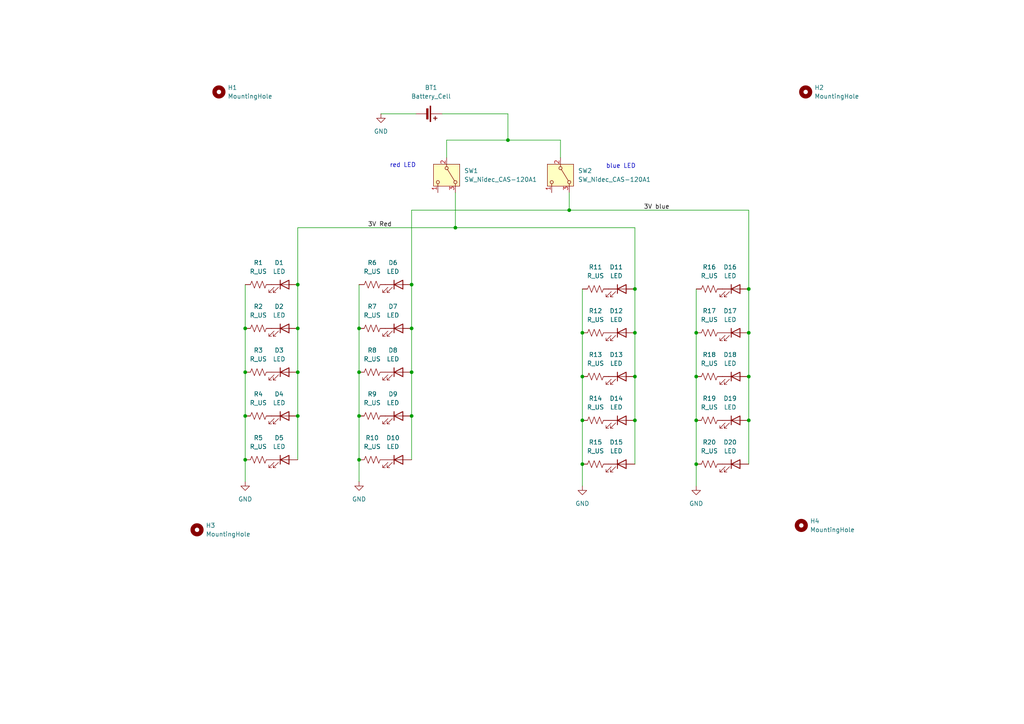
<source format=kicad_sch>
(kicad_sch
	(version 20231120)
	(generator "eeschema")
	(generator_version "8.0")
	(uuid "00ff5194-078d-47e1-a4f1-0a39a16ee3f5")
	(paper "A4")
	(lib_symbols
		(symbol "Device:Battery_Cell"
			(pin_numbers hide)
			(pin_names
				(offset 0) hide)
			(exclude_from_sim no)
			(in_bom yes)
			(on_board yes)
			(property "Reference" "BT"
				(at 2.54 2.54 0)
				(effects
					(font
						(size 1.27 1.27)
					)
					(justify left)
				)
			)
			(property "Value" "Battery_Cell"
				(at 2.54 0 0)
				(effects
					(font
						(size 1.27 1.27)
					)
					(justify left)
				)
			)
			(property "Footprint" ""
				(at 0 1.524 90)
				(effects
					(font
						(size 1.27 1.27)
					)
					(hide yes)
				)
			)
			(property "Datasheet" "~"
				(at 0 1.524 90)
				(effects
					(font
						(size 1.27 1.27)
					)
					(hide yes)
				)
			)
			(property "Description" "Single-cell battery"
				(at 0 0 0)
				(effects
					(font
						(size 1.27 1.27)
					)
					(hide yes)
				)
			)
			(property "ki_keywords" "battery cell"
				(at 0 0 0)
				(effects
					(font
						(size 1.27 1.27)
					)
					(hide yes)
				)
			)
			(symbol "Battery_Cell_0_1"
				(rectangle
					(start -2.286 1.778)
					(end 2.286 1.524)
					(stroke
						(width 0)
						(type default)
					)
					(fill
						(type outline)
					)
				)
				(rectangle
					(start -1.524 1.016)
					(end 1.524 0.508)
					(stroke
						(width 0)
						(type default)
					)
					(fill
						(type outline)
					)
				)
				(polyline
					(pts
						(xy 0 0.762) (xy 0 0)
					)
					(stroke
						(width 0)
						(type default)
					)
					(fill
						(type none)
					)
				)
				(polyline
					(pts
						(xy 0 1.778) (xy 0 2.54)
					)
					(stroke
						(width 0)
						(type default)
					)
					(fill
						(type none)
					)
				)
				(polyline
					(pts
						(xy 0.762 3.048) (xy 1.778 3.048)
					)
					(stroke
						(width 0.254)
						(type default)
					)
					(fill
						(type none)
					)
				)
				(polyline
					(pts
						(xy 1.27 3.556) (xy 1.27 2.54)
					)
					(stroke
						(width 0.254)
						(type default)
					)
					(fill
						(type none)
					)
				)
			)
			(symbol "Battery_Cell_1_1"
				(pin passive line
					(at 0 5.08 270)
					(length 2.54)
					(name "+"
						(effects
							(font
								(size 1.27 1.27)
							)
						)
					)
					(number "1"
						(effects
							(font
								(size 1.27 1.27)
							)
						)
					)
				)
				(pin passive line
					(at 0 -2.54 90)
					(length 2.54)
					(name "-"
						(effects
							(font
								(size 1.27 1.27)
							)
						)
					)
					(number "2"
						(effects
							(font
								(size 1.27 1.27)
							)
						)
					)
				)
			)
		)
		(symbol "Device:LED"
			(pin_numbers hide)
			(pin_names
				(offset 1.016) hide)
			(exclude_from_sim no)
			(in_bom yes)
			(on_board yes)
			(property "Reference" "D"
				(at 0 2.54 0)
				(effects
					(font
						(size 1.27 1.27)
					)
				)
			)
			(property "Value" "LED"
				(at 0 -2.54 0)
				(effects
					(font
						(size 1.27 1.27)
					)
				)
			)
			(property "Footprint" ""
				(at 0 0 0)
				(effects
					(font
						(size 1.27 1.27)
					)
					(hide yes)
				)
			)
			(property "Datasheet" "~"
				(at 0 0 0)
				(effects
					(font
						(size 1.27 1.27)
					)
					(hide yes)
				)
			)
			(property "Description" "Light emitting diode"
				(at 0 0 0)
				(effects
					(font
						(size 1.27 1.27)
					)
					(hide yes)
				)
			)
			(property "ki_keywords" "LED diode"
				(at 0 0 0)
				(effects
					(font
						(size 1.27 1.27)
					)
					(hide yes)
				)
			)
			(property "ki_fp_filters" "LED* LED_SMD:* LED_THT:*"
				(at 0 0 0)
				(effects
					(font
						(size 1.27 1.27)
					)
					(hide yes)
				)
			)
			(symbol "LED_0_1"
				(polyline
					(pts
						(xy -1.27 -1.27) (xy -1.27 1.27)
					)
					(stroke
						(width 0.254)
						(type default)
					)
					(fill
						(type none)
					)
				)
				(polyline
					(pts
						(xy -1.27 0) (xy 1.27 0)
					)
					(stroke
						(width 0)
						(type default)
					)
					(fill
						(type none)
					)
				)
				(polyline
					(pts
						(xy 1.27 -1.27) (xy 1.27 1.27) (xy -1.27 0) (xy 1.27 -1.27)
					)
					(stroke
						(width 0.254)
						(type default)
					)
					(fill
						(type none)
					)
				)
				(polyline
					(pts
						(xy -3.048 -0.762) (xy -4.572 -2.286) (xy -3.81 -2.286) (xy -4.572 -2.286) (xy -4.572 -1.524)
					)
					(stroke
						(width 0)
						(type default)
					)
					(fill
						(type none)
					)
				)
				(polyline
					(pts
						(xy -1.778 -0.762) (xy -3.302 -2.286) (xy -2.54 -2.286) (xy -3.302 -2.286) (xy -3.302 -1.524)
					)
					(stroke
						(width 0)
						(type default)
					)
					(fill
						(type none)
					)
				)
			)
			(symbol "LED_1_1"
				(pin passive line
					(at -3.81 0 0)
					(length 2.54)
					(name "K"
						(effects
							(font
								(size 1.27 1.27)
							)
						)
					)
					(number "1"
						(effects
							(font
								(size 1.27 1.27)
							)
						)
					)
				)
				(pin passive line
					(at 3.81 0 180)
					(length 2.54)
					(name "A"
						(effects
							(font
								(size 1.27 1.27)
							)
						)
					)
					(number "2"
						(effects
							(font
								(size 1.27 1.27)
							)
						)
					)
				)
			)
		)
		(symbol "Device:R_US"
			(pin_numbers hide)
			(pin_names
				(offset 0)
			)
			(exclude_from_sim no)
			(in_bom yes)
			(on_board yes)
			(property "Reference" "R"
				(at 2.54 0 90)
				(effects
					(font
						(size 1.27 1.27)
					)
				)
			)
			(property "Value" "R_US"
				(at -2.54 0 90)
				(effects
					(font
						(size 1.27 1.27)
					)
				)
			)
			(property "Footprint" ""
				(at 1.016 -0.254 90)
				(effects
					(font
						(size 1.27 1.27)
					)
					(hide yes)
				)
			)
			(property "Datasheet" "~"
				(at 0 0 0)
				(effects
					(font
						(size 1.27 1.27)
					)
					(hide yes)
				)
			)
			(property "Description" "Resistor, US symbol"
				(at 0 0 0)
				(effects
					(font
						(size 1.27 1.27)
					)
					(hide yes)
				)
			)
			(property "ki_keywords" "R res resistor"
				(at 0 0 0)
				(effects
					(font
						(size 1.27 1.27)
					)
					(hide yes)
				)
			)
			(property "ki_fp_filters" "R_*"
				(at 0 0 0)
				(effects
					(font
						(size 1.27 1.27)
					)
					(hide yes)
				)
			)
			(symbol "R_US_0_1"
				(polyline
					(pts
						(xy 0 -2.286) (xy 0 -2.54)
					)
					(stroke
						(width 0)
						(type default)
					)
					(fill
						(type none)
					)
				)
				(polyline
					(pts
						(xy 0 2.286) (xy 0 2.54)
					)
					(stroke
						(width 0)
						(type default)
					)
					(fill
						(type none)
					)
				)
				(polyline
					(pts
						(xy 0 -0.762) (xy 1.016 -1.143) (xy 0 -1.524) (xy -1.016 -1.905) (xy 0 -2.286)
					)
					(stroke
						(width 0)
						(type default)
					)
					(fill
						(type none)
					)
				)
				(polyline
					(pts
						(xy 0 0.762) (xy 1.016 0.381) (xy 0 0) (xy -1.016 -0.381) (xy 0 -0.762)
					)
					(stroke
						(width 0)
						(type default)
					)
					(fill
						(type none)
					)
				)
				(polyline
					(pts
						(xy 0 2.286) (xy 1.016 1.905) (xy 0 1.524) (xy -1.016 1.143) (xy 0 0.762)
					)
					(stroke
						(width 0)
						(type default)
					)
					(fill
						(type none)
					)
				)
			)
			(symbol "R_US_1_1"
				(pin passive line
					(at 0 3.81 270)
					(length 1.27)
					(name "~"
						(effects
							(font
								(size 1.27 1.27)
							)
						)
					)
					(number "1"
						(effects
							(font
								(size 1.27 1.27)
							)
						)
					)
				)
				(pin passive line
					(at 0 -3.81 90)
					(length 1.27)
					(name "~"
						(effects
							(font
								(size 1.27 1.27)
							)
						)
					)
					(number "2"
						(effects
							(font
								(size 1.27 1.27)
							)
						)
					)
				)
			)
		)
		(symbol "Mechanical:MountingHole"
			(pin_names
				(offset 1.016)
			)
			(exclude_from_sim yes)
			(in_bom no)
			(on_board yes)
			(property "Reference" "H"
				(at 0 5.08 0)
				(effects
					(font
						(size 1.27 1.27)
					)
				)
			)
			(property "Value" "MountingHole"
				(at 0 3.175 0)
				(effects
					(font
						(size 1.27 1.27)
					)
				)
			)
			(property "Footprint" ""
				(at 0 0 0)
				(effects
					(font
						(size 1.27 1.27)
					)
					(hide yes)
				)
			)
			(property "Datasheet" "~"
				(at 0 0 0)
				(effects
					(font
						(size 1.27 1.27)
					)
					(hide yes)
				)
			)
			(property "Description" "Mounting Hole without connection"
				(at 0 0 0)
				(effects
					(font
						(size 1.27 1.27)
					)
					(hide yes)
				)
			)
			(property "ki_keywords" "mounting hole"
				(at 0 0 0)
				(effects
					(font
						(size 1.27 1.27)
					)
					(hide yes)
				)
			)
			(property "ki_fp_filters" "MountingHole*"
				(at 0 0 0)
				(effects
					(font
						(size 1.27 1.27)
					)
					(hide yes)
				)
			)
			(symbol "MountingHole_0_1"
				(circle
					(center 0 0)
					(radius 1.27)
					(stroke
						(width 1.27)
						(type default)
					)
					(fill
						(type none)
					)
				)
			)
		)
		(symbol "Switch:SW_Nidec_CAS-120A1"
			(pin_names
				(offset 1) hide)
			(exclude_from_sim no)
			(in_bom yes)
			(on_board yes)
			(property "Reference" "SW"
				(at 0 4.318 0)
				(effects
					(font
						(size 1.27 1.27)
					)
				)
			)
			(property "Value" "SW_Nidec_CAS-120A1"
				(at 0 -5.08 0)
				(effects
					(font
						(size 1.27 1.27)
					)
				)
			)
			(property "Footprint" "Button_Switch_SMD:Nidec_Copal_CAS-120A"
				(at 0 -10.16 0)
				(effects
					(font
						(size 1.27 1.27)
					)
					(hide yes)
				)
			)
			(property "Datasheet" "https://www.nidec-components.com/e/catalog/switch/cas.pdf"
				(at 0 -7.62 0)
				(effects
					(font
						(size 1.27 1.27)
					)
					(hide yes)
				)
			)
			(property "Description" "Switch, single pole double throw"
				(at 0 0 0)
				(effects
					(font
						(size 1.27 1.27)
					)
					(hide yes)
				)
			)
			(property "ki_keywords" "switch single-pole double-throw spdt ON-ON"
				(at 0 0 0)
				(effects
					(font
						(size 1.27 1.27)
					)
					(hide yes)
				)
			)
			(property "ki_fp_filters" "*Nidec?Copal?CAS?120A*"
				(at 0 0 0)
				(effects
					(font
						(size 1.27 1.27)
					)
					(hide yes)
				)
			)
			(symbol "SW_Nidec_CAS-120A1_0_1"
				(circle
					(center -2.032 0)
					(radius 0.4572)
					(stroke
						(width 0)
						(type default)
					)
					(fill
						(type none)
					)
				)
				(polyline
					(pts
						(xy -1.651 0.254) (xy 1.651 2.286)
					)
					(stroke
						(width 0)
						(type default)
					)
					(fill
						(type none)
					)
				)
				(circle
					(center 2.032 -2.54)
					(radius 0.4572)
					(stroke
						(width 0)
						(type default)
					)
					(fill
						(type none)
					)
				)
				(circle
					(center 2.032 2.54)
					(radius 0.4572)
					(stroke
						(width 0)
						(type default)
					)
					(fill
						(type none)
					)
				)
			)
			(symbol "SW_Nidec_CAS-120A1_1_1"
				(rectangle
					(start -3.175 3.81)
					(end 3.175 -3.81)
					(stroke
						(width 0)
						(type default)
					)
					(fill
						(type background)
					)
				)
				(pin passive line
					(at 5.08 -2.54 180)
					(length 2.54)
					(name "C"
						(effects
							(font
								(size 1.27 1.27)
							)
						)
					)
					(number "1"
						(effects
							(font
								(size 1.27 1.27)
							)
						)
					)
				)
				(pin passive line
					(at -5.08 0 0)
					(length 2.54)
					(name "B"
						(effects
							(font
								(size 1.27 1.27)
							)
						)
					)
					(number "2"
						(effects
							(font
								(size 1.27 1.27)
							)
						)
					)
				)
				(pin passive line
					(at 5.08 2.54 180)
					(length 2.54)
					(name "A"
						(effects
							(font
								(size 1.27 1.27)
							)
						)
					)
					(number "3"
						(effects
							(font
								(size 1.27 1.27)
							)
						)
					)
				)
			)
		)
		(symbol "power:GND"
			(power)
			(pin_numbers hide)
			(pin_names
				(offset 0) hide)
			(exclude_from_sim no)
			(in_bom yes)
			(on_board yes)
			(property "Reference" "#PWR"
				(at 0 -6.35 0)
				(effects
					(font
						(size 1.27 1.27)
					)
					(hide yes)
				)
			)
			(property "Value" "GND"
				(at 0 -3.81 0)
				(effects
					(font
						(size 1.27 1.27)
					)
				)
			)
			(property "Footprint" ""
				(at 0 0 0)
				(effects
					(font
						(size 1.27 1.27)
					)
					(hide yes)
				)
			)
			(property "Datasheet" ""
				(at 0 0 0)
				(effects
					(font
						(size 1.27 1.27)
					)
					(hide yes)
				)
			)
			(property "Description" "Power symbol creates a global label with name \"GND\" , ground"
				(at 0 0 0)
				(effects
					(font
						(size 1.27 1.27)
					)
					(hide yes)
				)
			)
			(property "ki_keywords" "global power"
				(at 0 0 0)
				(effects
					(font
						(size 1.27 1.27)
					)
					(hide yes)
				)
			)
			(symbol "GND_0_1"
				(polyline
					(pts
						(xy 0 0) (xy 0 -1.27) (xy 1.27 -1.27) (xy 0 -2.54) (xy -1.27 -1.27) (xy 0 -1.27)
					)
					(stroke
						(width 0)
						(type default)
					)
					(fill
						(type none)
					)
				)
			)
			(symbol "GND_1_1"
				(pin power_in line
					(at 0 0 270)
					(length 0)
					(name "~"
						(effects
							(font
								(size 1.27 1.27)
							)
						)
					)
					(number "1"
						(effects
							(font
								(size 1.27 1.27)
							)
						)
					)
				)
			)
		)
	)
	(junction
		(at 71.12 120.65)
		(diameter 0)
		(color 0 0 0 0)
		(uuid "088aee0e-bc5d-4458-9ce7-205c43554ba2")
	)
	(junction
		(at 201.93 109.22)
		(diameter 0)
		(color 0 0 0 0)
		(uuid "13030e18-24bc-4727-8918-5190587944c5")
	)
	(junction
		(at 184.15 121.92)
		(diameter 0)
		(color 0 0 0 0)
		(uuid "2c45f06b-0173-4bb1-8cbc-06fd778961ee")
	)
	(junction
		(at 165.1 60.96)
		(diameter 0)
		(color 0 0 0 0)
		(uuid "39bd6375-21b5-4f40-9890-1b9e833b4b03")
	)
	(junction
		(at 168.91 96.52)
		(diameter 0)
		(color 0 0 0 0)
		(uuid "3dfe10f8-4e21-4096-b2bc-311551b77f99")
	)
	(junction
		(at 104.14 107.95)
		(diameter 0)
		(color 0 0 0 0)
		(uuid "4534b997-7656-4843-8bd7-f492ceb8ebdb")
	)
	(junction
		(at 86.36 95.25)
		(diameter 0)
		(color 0 0 0 0)
		(uuid "46ba458e-e555-4496-97c2-f99db338613b")
	)
	(junction
		(at 168.91 109.22)
		(diameter 0)
		(color 0 0 0 0)
		(uuid "5283c579-c1e0-49c1-b4cc-7e70299ccb3b")
	)
	(junction
		(at 119.38 107.95)
		(diameter 0)
		(color 0 0 0 0)
		(uuid "58e2b775-f209-4fd2-8091-47203e7bae12")
	)
	(junction
		(at 104.14 120.65)
		(diameter 0)
		(color 0 0 0 0)
		(uuid "64f8174c-1b6b-4cf3-b0b1-5db21f430ab8")
	)
	(junction
		(at 201.93 96.52)
		(diameter 0)
		(color 0 0 0 0)
		(uuid "71e1a47b-b55d-4590-8a83-b822aa5d9dba")
	)
	(junction
		(at 71.12 107.95)
		(diameter 0)
		(color 0 0 0 0)
		(uuid "74368307-b3d6-4a4d-a162-d84cd26eaeda")
	)
	(junction
		(at 119.38 95.25)
		(diameter 0)
		(color 0 0 0 0)
		(uuid "8009d83d-c382-4a49-baa6-f85237b536ab")
	)
	(junction
		(at 184.15 83.82)
		(diameter 0)
		(color 0 0 0 0)
		(uuid "87e96c28-51a0-4440-a7db-7ba16533608f")
	)
	(junction
		(at 217.17 121.92)
		(diameter 0)
		(color 0 0 0 0)
		(uuid "895f039b-92ff-40aa-8733-7f7aac7f72f0")
	)
	(junction
		(at 132.08 66.04)
		(diameter 0)
		(color 0 0 0 0)
		(uuid "8e69b1ef-41b1-4b0b-9dc2-f414b9bfd039")
	)
	(junction
		(at 201.93 121.92)
		(diameter 0)
		(color 0 0 0 0)
		(uuid "93692892-3170-486e-b626-f7f79294cedf")
	)
	(junction
		(at 71.12 95.25)
		(diameter 0)
		(color 0 0 0 0)
		(uuid "96ab02be-7a8e-4492-8c3b-cc169c5f2a41")
	)
	(junction
		(at 71.12 133.35)
		(diameter 0)
		(color 0 0 0 0)
		(uuid "990dd81c-570d-4258-81d0-b16489c19d70")
	)
	(junction
		(at 104.14 133.35)
		(diameter 0)
		(color 0 0 0 0)
		(uuid "9a661e5d-44d5-4b28-b634-41fd9322a50a")
	)
	(junction
		(at 168.91 121.92)
		(diameter 0)
		(color 0 0 0 0)
		(uuid "a0f3a4d1-a01f-48b0-b345-05ee5e56dd8b")
	)
	(junction
		(at 86.36 120.65)
		(diameter 0)
		(color 0 0 0 0)
		(uuid "b933fe18-7180-49e0-b171-ef1c91784f06")
	)
	(junction
		(at 86.36 82.55)
		(diameter 0)
		(color 0 0 0 0)
		(uuid "c2b4d2c1-3b38-43d1-a920-deedd44b290c")
	)
	(junction
		(at 184.15 96.52)
		(diameter 0)
		(color 0 0 0 0)
		(uuid "c54bc5ac-6371-4182-9690-73279c3b55df")
	)
	(junction
		(at 86.36 107.95)
		(diameter 0)
		(color 0 0 0 0)
		(uuid "c9e93b51-aa61-4cc5-afd2-4a16872b6e14")
	)
	(junction
		(at 104.14 95.25)
		(diameter 0)
		(color 0 0 0 0)
		(uuid "d45b690d-b33e-4aa9-b238-29d90166620a")
	)
	(junction
		(at 168.91 134.62)
		(diameter 0)
		(color 0 0 0 0)
		(uuid "d73f84f1-8b1b-4c5b-b855-f0d79419da12")
	)
	(junction
		(at 217.17 96.52)
		(diameter 0)
		(color 0 0 0 0)
		(uuid "dd228010-2b7a-4a4f-bbed-71c859d85c02")
	)
	(junction
		(at 147.32 40.64)
		(diameter 0)
		(color 0 0 0 0)
		(uuid "e0c2c829-cbc3-430e-a4e2-83e49e2dca2f")
	)
	(junction
		(at 184.15 109.22)
		(diameter 0)
		(color 0 0 0 0)
		(uuid "e14aa008-f126-4156-addb-2d642d35ca7b")
	)
	(junction
		(at 217.17 109.22)
		(diameter 0)
		(color 0 0 0 0)
		(uuid "ee7fd0bb-6bd8-424e-9cef-fc826700ed5c")
	)
	(junction
		(at 201.93 134.62)
		(diameter 0)
		(color 0 0 0 0)
		(uuid "f2b0983b-8c0a-4c0d-9828-1e8bb870dadd")
	)
	(junction
		(at 119.38 82.55)
		(diameter 0)
		(color 0 0 0 0)
		(uuid "f41b2dd3-5b4f-4fba-a798-4d0692c7e7d9")
	)
	(junction
		(at 217.17 83.82)
		(diameter 0)
		(color 0 0 0 0)
		(uuid "f50bfa07-3000-4a45-b75b-bb31dc73e085")
	)
	(junction
		(at 119.38 120.65)
		(diameter 0)
		(color 0 0 0 0)
		(uuid "f9184995-2c21-42c5-9a85-ced1b1779ac9")
	)
	(wire
		(pts
			(xy 104.14 82.55) (xy 104.14 95.25)
		)
		(stroke
			(width 0)
			(type default)
		)
		(uuid "002dff36-a018-4470-90e1-4515afbc1d1d")
	)
	(wire
		(pts
			(xy 168.91 83.82) (xy 168.91 96.52)
		)
		(stroke
			(width 0)
			(type default)
		)
		(uuid "0095af5a-c633-4e8e-a757-4d43a911553b")
	)
	(wire
		(pts
			(xy 201.93 96.52) (xy 201.93 109.22)
		)
		(stroke
			(width 0)
			(type default)
		)
		(uuid "024e8158-73a3-42c7-b813-1d31053dd9b6")
	)
	(wire
		(pts
			(xy 201.93 121.92) (xy 201.93 134.62)
		)
		(stroke
			(width 0)
			(type default)
		)
		(uuid "03cf571c-fe05-444d-bbc0-c8e89b6fb829")
	)
	(wire
		(pts
			(xy 119.38 82.55) (xy 119.38 95.25)
		)
		(stroke
			(width 0)
			(type default)
		)
		(uuid "04cac793-90f4-4493-a401-779e28f1344e")
	)
	(wire
		(pts
			(xy 147.32 33.02) (xy 147.32 40.64)
		)
		(stroke
			(width 0)
			(type default)
		)
		(uuid "07aada7c-01b9-4e2d-8ba1-3cb8eaf8b9d4")
	)
	(wire
		(pts
			(xy 184.15 121.92) (xy 184.15 134.62)
		)
		(stroke
			(width 0)
			(type default)
		)
		(uuid "09ba50c2-491b-4b36-8ac1-a55f55e99051")
	)
	(wire
		(pts
			(xy 71.12 120.65) (xy 71.12 133.35)
		)
		(stroke
			(width 0)
			(type default)
		)
		(uuid "0df17998-4e08-4639-a3c7-de88f5a121f6")
	)
	(wire
		(pts
			(xy 217.17 109.22) (xy 217.17 121.92)
		)
		(stroke
			(width 0)
			(type default)
		)
		(uuid "215833fa-e342-4494-84f9-1d22584ab72f")
	)
	(wire
		(pts
			(xy 104.14 107.95) (xy 104.14 120.65)
		)
		(stroke
			(width 0)
			(type default)
		)
		(uuid "28b0a59a-dd75-4913-b733-37435160b8ea")
	)
	(wire
		(pts
			(xy 86.36 95.25) (xy 86.36 107.95)
		)
		(stroke
			(width 0)
			(type default)
		)
		(uuid "337e2db4-1a3a-4686-9d9c-3286cc5143c8")
	)
	(wire
		(pts
			(xy 104.14 120.65) (xy 104.14 133.35)
		)
		(stroke
			(width 0)
			(type default)
		)
		(uuid "3d28beee-5e50-4ca7-80c9-80bd83544161")
	)
	(wire
		(pts
			(xy 201.93 83.82) (xy 201.93 96.52)
		)
		(stroke
			(width 0)
			(type default)
		)
		(uuid "45788022-4dc0-4e6b-9c4e-3e452417b468")
	)
	(wire
		(pts
			(xy 119.38 107.95) (xy 119.38 120.65)
		)
		(stroke
			(width 0)
			(type default)
		)
		(uuid "4a7da90e-a198-44b0-90bc-e0d507a8266b")
	)
	(wire
		(pts
			(xy 184.15 83.82) (xy 184.15 96.52)
		)
		(stroke
			(width 0)
			(type default)
		)
		(uuid "4c9d0e1b-5667-43cd-9d95-372c38336496")
	)
	(wire
		(pts
			(xy 168.91 121.92) (xy 168.91 134.62)
		)
		(stroke
			(width 0)
			(type default)
		)
		(uuid "53271af8-5c68-4ffa-8582-70beff2040ea")
	)
	(wire
		(pts
			(xy 184.15 109.22) (xy 184.15 121.92)
		)
		(stroke
			(width 0)
			(type default)
		)
		(uuid "5aacc40a-1e09-41c4-b5dd-2f6c0509e00c")
	)
	(wire
		(pts
			(xy 86.36 107.95) (xy 86.36 120.65)
		)
		(stroke
			(width 0)
			(type default)
		)
		(uuid "630c2d6b-b84e-4b08-8c27-202e68f59b60")
	)
	(wire
		(pts
			(xy 165.1 60.96) (xy 217.17 60.96)
		)
		(stroke
			(width 0)
			(type default)
		)
		(uuid "66c83394-11cb-482f-9cae-269af5053add")
	)
	(wire
		(pts
			(xy 168.91 109.22) (xy 168.91 121.92)
		)
		(stroke
			(width 0)
			(type default)
		)
		(uuid "67d2431e-ac63-4a32-a977-61935656b934")
	)
	(wire
		(pts
			(xy 165.1 55.88) (xy 165.1 60.96)
		)
		(stroke
			(width 0)
			(type default)
		)
		(uuid "685cda5b-f94c-4400-80b9-b69174c6c9aa")
	)
	(wire
		(pts
			(xy 119.38 60.96) (xy 165.1 60.96)
		)
		(stroke
			(width 0)
			(type default)
		)
		(uuid "6e13ae44-fca5-4187-a381-b2dbd67e28bf")
	)
	(wire
		(pts
			(xy 129.54 40.64) (xy 147.32 40.64)
		)
		(stroke
			(width 0)
			(type default)
		)
		(uuid "6e5ba2e8-3b01-418a-9f6b-563b874b902a")
	)
	(wire
		(pts
			(xy 71.12 82.55) (xy 71.12 95.25)
		)
		(stroke
			(width 0)
			(type default)
		)
		(uuid "77316ff8-8ef1-4da1-94dd-146bb88816bb")
	)
	(wire
		(pts
			(xy 71.12 133.35) (xy 71.12 139.7)
		)
		(stroke
			(width 0)
			(type default)
		)
		(uuid "7dd36f1a-638f-498e-ba68-dc074d05ba84")
	)
	(wire
		(pts
			(xy 86.36 66.04) (xy 86.36 82.55)
		)
		(stroke
			(width 0)
			(type default)
		)
		(uuid "83614664-dbe7-472b-bc40-4db1d467c37b")
	)
	(wire
		(pts
			(xy 162.56 40.64) (xy 162.56 45.72)
		)
		(stroke
			(width 0)
			(type default)
		)
		(uuid "8481411b-c69a-4377-888d-9f8992ebc8ae")
	)
	(wire
		(pts
			(xy 201.93 109.22) (xy 201.93 121.92)
		)
		(stroke
			(width 0)
			(type default)
		)
		(uuid "85f53cd0-92c3-4cf4-8923-545942532782")
	)
	(wire
		(pts
			(xy 104.14 133.35) (xy 104.14 139.7)
		)
		(stroke
			(width 0)
			(type default)
		)
		(uuid "8ca8e741-a275-4c64-b5b1-0bf88a2a0aea")
	)
	(wire
		(pts
			(xy 104.14 95.25) (xy 104.14 107.95)
		)
		(stroke
			(width 0)
			(type default)
		)
		(uuid "8d434143-ebc2-4aa0-84b5-631319729d45")
	)
	(wire
		(pts
			(xy 110.49 33.02) (xy 120.65 33.02)
		)
		(stroke
			(width 0)
			(type default)
		)
		(uuid "8fbfcdb7-4e7d-4b36-b2d4-cbfcb9d24a11")
	)
	(wire
		(pts
			(xy 168.91 134.62) (xy 168.91 140.97)
		)
		(stroke
			(width 0)
			(type default)
		)
		(uuid "9ad4aa73-810e-4d3f-a61e-8438a36b33c8")
	)
	(wire
		(pts
			(xy 217.17 60.96) (xy 217.17 83.82)
		)
		(stroke
			(width 0)
			(type default)
		)
		(uuid "9e47c0fd-b5d6-45bf-a8ba-cb99b563d665")
	)
	(wire
		(pts
			(xy 217.17 83.82) (xy 217.17 96.52)
		)
		(stroke
			(width 0)
			(type default)
		)
		(uuid "a4bb13bd-ffcf-4a3c-925f-54f4ca9aa673")
	)
	(wire
		(pts
			(xy 119.38 95.25) (xy 119.38 107.95)
		)
		(stroke
			(width 0)
			(type default)
		)
		(uuid "aa5c69de-3f18-4aa1-9e18-def9ffd1bd39")
	)
	(wire
		(pts
			(xy 129.54 45.72) (xy 129.54 40.64)
		)
		(stroke
			(width 0)
			(type default)
		)
		(uuid "aa85d138-ada1-4145-b2b7-98fc314dc9a3")
	)
	(wire
		(pts
			(xy 147.32 40.64) (xy 162.56 40.64)
		)
		(stroke
			(width 0)
			(type default)
		)
		(uuid "b0af9aa8-8fde-45db-bbdb-0283e40c891a")
	)
	(wire
		(pts
			(xy 86.36 66.04) (xy 132.08 66.04)
		)
		(stroke
			(width 0)
			(type default)
		)
		(uuid "b5b7c54e-39ca-4d16-868c-45ba1bd86666")
	)
	(wire
		(pts
			(xy 119.38 120.65) (xy 119.38 133.35)
		)
		(stroke
			(width 0)
			(type default)
		)
		(uuid "b7854bda-e18a-4065-b2a3-c130df0a3373")
	)
	(wire
		(pts
			(xy 132.08 66.04) (xy 132.08 55.88)
		)
		(stroke
			(width 0)
			(type default)
		)
		(uuid "bef6183d-80d8-4254-b2eb-fab0d6abe23b")
	)
	(wire
		(pts
			(xy 86.36 120.65) (xy 86.36 133.35)
		)
		(stroke
			(width 0)
			(type default)
		)
		(uuid "c4d55dfe-1885-4b6e-bec6-c22068a400b8")
	)
	(wire
		(pts
			(xy 217.17 96.52) (xy 217.17 109.22)
		)
		(stroke
			(width 0)
			(type default)
		)
		(uuid "cb614c30-dfed-408b-a591-69c175ef22c9")
	)
	(wire
		(pts
			(xy 217.17 121.92) (xy 217.17 134.62)
		)
		(stroke
			(width 0)
			(type default)
		)
		(uuid "cc48f9da-ec44-4436-9b22-ff289d880a8e")
	)
	(wire
		(pts
			(xy 201.93 134.62) (xy 201.93 140.97)
		)
		(stroke
			(width 0)
			(type default)
		)
		(uuid "dbaed291-da4a-4846-8dcf-8b7407307f44")
	)
	(wire
		(pts
			(xy 168.91 96.52) (xy 168.91 109.22)
		)
		(stroke
			(width 0)
			(type default)
		)
		(uuid "dc57edd4-8177-4ac3-88b8-559ea7dee257")
	)
	(wire
		(pts
			(xy 184.15 66.04) (xy 184.15 83.82)
		)
		(stroke
			(width 0)
			(type default)
		)
		(uuid "e1fd0e2f-cb18-45bf-8b3c-ce57707471ad")
	)
	(wire
		(pts
			(xy 119.38 60.96) (xy 119.38 82.55)
		)
		(stroke
			(width 0)
			(type default)
		)
		(uuid "e32e25d7-49f4-4ea8-bf4a-b800defa23ea")
	)
	(wire
		(pts
			(xy 71.12 107.95) (xy 71.12 120.65)
		)
		(stroke
			(width 0)
			(type default)
		)
		(uuid "e6f55f0e-e490-482f-871f-0ed1641682fc")
	)
	(wire
		(pts
			(xy 86.36 82.55) (xy 86.36 95.25)
		)
		(stroke
			(width 0)
			(type default)
		)
		(uuid "ece97625-a447-4fd6-8812-13f6a57d9591")
	)
	(wire
		(pts
			(xy 184.15 96.52) (xy 184.15 109.22)
		)
		(stroke
			(width 0)
			(type default)
		)
		(uuid "f28c0579-febe-473f-b132-7486fa2fc909")
	)
	(wire
		(pts
			(xy 71.12 95.25) (xy 71.12 107.95)
		)
		(stroke
			(width 0)
			(type default)
		)
		(uuid "f4a808ec-cdec-403b-89db-3c442d679705")
	)
	(wire
		(pts
			(xy 128.27 33.02) (xy 147.32 33.02)
		)
		(stroke
			(width 0)
			(type default)
		)
		(uuid "f8d3d078-f948-47b4-8dd3-2efc90aabca3")
	)
	(wire
		(pts
			(xy 184.15 66.04) (xy 132.08 66.04)
		)
		(stroke
			(width 0)
			(type default)
		)
		(uuid "f955df50-4802-46ea-b776-254b47c672e3")
	)
	(text "blue LED"
		(exclude_from_sim no)
		(at 180.086 48.26 0)
		(effects
			(font
				(size 1.27 1.27)
			)
		)
		(uuid "28f72dae-9614-4ebd-a94e-af61760dfaf6")
	)
	(text "red LED"
		(exclude_from_sim no)
		(at 116.84 48.006 0)
		(effects
			(font
				(size 1.27 1.27)
			)
		)
		(uuid "4bd9b01c-b6c3-44e2-bc30-f72d3288d402")
	)
	(label "3V Red"
		(at 106.68 66.04 0)
		(fields_autoplaced yes)
		(effects
			(font
				(size 1.27 1.27)
			)
			(justify left bottom)
		)
		(uuid "155464a6-7e44-4ea5-b005-06e13ae27da9")
	)
	(label "3V blue"
		(at 186.69 60.96 0)
		(fields_autoplaced yes)
		(effects
			(font
				(size 1.27 1.27)
			)
			(justify left bottom)
		)
		(uuid "9f3b2a3c-cba6-4fd3-99be-298bf566d023")
	)
	(symbol
		(lib_id "power:GND")
		(at 104.14 139.7 0)
		(unit 1)
		(exclude_from_sim no)
		(in_bom yes)
		(on_board yes)
		(dnp no)
		(fields_autoplaced yes)
		(uuid "0d496996-994d-4642-994a-66367d51a09d")
		(property "Reference" "#PWR02"
			(at 104.14 146.05 0)
			(effects
				(font
					(size 1.27 1.27)
				)
				(hide yes)
			)
		)
		(property "Value" "GND"
			(at 104.14 144.78 0)
			(effects
				(font
					(size 1.27 1.27)
				)
			)
		)
		(property "Footprint" ""
			(at 104.14 139.7 0)
			(effects
				(font
					(size 1.27 1.27)
				)
				(hide yes)
			)
		)
		(property "Datasheet" ""
			(at 104.14 139.7 0)
			(effects
				(font
					(size 1.27 1.27)
				)
				(hide yes)
			)
		)
		(property "Description" "Power symbol creates a global label with name \"GND\" , ground"
			(at 104.14 139.7 0)
			(effects
				(font
					(size 1.27 1.27)
				)
				(hide yes)
			)
		)
		(pin "1"
			(uuid "a8356dcd-4ead-4e0f-9d61-ba2ff3d63a3d")
		)
		(instances
			(project "fake armor sheild 2"
				(path "/00ff5194-078d-47e1-a4f1-0a39a16ee3f5"
					(reference "#PWR02")
					(unit 1)
				)
			)
		)
	)
	(symbol
		(lib_id "Device:R_US")
		(at 107.95 133.35 90)
		(unit 1)
		(exclude_from_sim no)
		(in_bom yes)
		(on_board yes)
		(dnp no)
		(fields_autoplaced yes)
		(uuid "18bc9434-c054-4484-95ea-c23402e3c234")
		(property "Reference" "R10"
			(at 107.95 127 90)
			(effects
				(font
					(size 1.27 1.27)
				)
			)
		)
		(property "Value" "R_US"
			(at 107.95 129.54 90)
			(effects
				(font
					(size 1.27 1.27)
				)
			)
		)
		(property "Footprint" "Resistor_SMD:R_0603_1608Metric_Pad0.98x0.95mm_HandSolder"
			(at 108.204 132.334 90)
			(effects
				(font
					(size 1.27 1.27)
				)
				(hide yes)
			)
		)
		(property "Datasheet" "~"
			(at 107.95 133.35 0)
			(effects
				(font
					(size 1.27 1.27)
				)
				(hide yes)
			)
		)
		(property "Description" "Resistor, US symbol"
			(at 107.95 133.35 0)
			(effects
				(font
					(size 1.27 1.27)
				)
				(hide yes)
			)
		)
		(property "Mouser Part Number" "71-WSLP25125L000FEA"
			(at 107.95 133.35 0)
			(effects
				(font
					(size 1.27 1.27)
				)
				(hide yes)
			)
		)
		(pin "2"
			(uuid "773275c7-1dea-455b-b706-cbeba02a8a07")
		)
		(pin "1"
			(uuid "cdeead54-0bf1-4953-a888-a6827ddd8e91")
		)
		(instances
			(project "fake armor sheild 2"
				(path "/00ff5194-078d-47e1-a4f1-0a39a16ee3f5"
					(reference "R10")
					(unit 1)
				)
			)
		)
	)
	(symbol
		(lib_id "Device:LED")
		(at 82.55 82.55 0)
		(unit 1)
		(exclude_from_sim no)
		(in_bom yes)
		(on_board yes)
		(dnp no)
		(fields_autoplaced yes)
		(uuid "1c1d02b3-f613-4963-a5fb-05f4593e8fbe")
		(property "Reference" "D1"
			(at 80.9625 76.2 0)
			(effects
				(font
					(size 1.27 1.27)
				)
			)
		)
		(property "Value" "LED"
			(at 80.9625 78.74 0)
			(effects
				(font
					(size 1.27 1.27)
				)
			)
		)
		(property "Footprint" "LED_SMD:LED_0603_1608Metric_Pad1.05x0.95mm_HandSolder"
			(at 82.55 82.55 0)
			(effects
				(font
					(size 1.27 1.27)
				)
				(hide yes)
			)
		)
		(property "Datasheet" "~"
			(at 82.55 82.55 0)
			(effects
				(font
					(size 1.27 1.27)
				)
				(hide yes)
			)
		)
		(property "Description" "Light emitting diode"
			(at 82.55 82.55 0)
			(effects
				(font
					(size 1.27 1.27)
				)
				(hide yes)
			)
		)
		(property "Mouser Part Number" "710-150060SS75000"
			(at 82.55 82.55 0)
			(effects
				(font
					(size 1.27 1.27)
				)
				(hide yes)
			)
		)
		(pin "1"
			(uuid "56721d4a-758a-45c9-b451-fe36e28387d3")
		)
		(pin "2"
			(uuid "95356410-74b1-4b7a-af7a-65f209a386a8")
		)
		(instances
			(project "fake armor sheild 2"
				(path "/00ff5194-078d-47e1-a4f1-0a39a16ee3f5"
					(reference "D1")
					(unit 1)
				)
			)
		)
	)
	(symbol
		(lib_id "Device:R_US")
		(at 205.74 109.22 90)
		(unit 1)
		(exclude_from_sim no)
		(in_bom yes)
		(on_board yes)
		(dnp no)
		(fields_autoplaced yes)
		(uuid "1d7d0420-8c84-47c0-8cf5-6bab0e70e0be")
		(property "Reference" "R18"
			(at 205.74 102.87 90)
			(effects
				(font
					(size 1.27 1.27)
				)
			)
		)
		(property "Value" "R_US"
			(at 205.74 105.41 90)
			(effects
				(font
					(size 1.27 1.27)
				)
			)
		)
		(property "Footprint" "Resistor_SMD:R_0603_1608Metric_Pad0.98x0.95mm_HandSolder"
			(at 205.994 108.204 90)
			(effects
				(font
					(size 1.27 1.27)
				)
				(hide yes)
			)
		)
		(property "Datasheet" "~"
			(at 205.74 109.22 0)
			(effects
				(font
					(size 1.27 1.27)
				)
				(hide yes)
			)
		)
		(property "Description" "Resistor, US symbol"
			(at 205.74 109.22 0)
			(effects
				(font
					(size 1.27 1.27)
				)
				(hide yes)
			)
		)
		(property "Mouser Part Number" "71-WSLP25125L000FEA"
			(at 205.74 109.22 0)
			(effects
				(font
					(size 1.27 1.27)
				)
				(hide yes)
			)
		)
		(pin "2"
			(uuid "ffa37e36-cb42-419a-a3e8-c7ac34b70ad7")
		)
		(pin "1"
			(uuid "e9bab45a-fcd2-47d2-8bd7-0c0b98af3b4a")
		)
		(instances
			(project "fake armor sheild 2"
				(path "/00ff5194-078d-47e1-a4f1-0a39a16ee3f5"
					(reference "R18")
					(unit 1)
				)
			)
		)
	)
	(symbol
		(lib_id "Device:LED")
		(at 213.36 134.62 0)
		(unit 1)
		(exclude_from_sim no)
		(in_bom yes)
		(on_board yes)
		(dnp no)
		(fields_autoplaced yes)
		(uuid "1f40d327-712c-4fe9-92e0-bf4b91425c91")
		(property "Reference" "D20"
			(at 211.7725 128.27 0)
			(effects
				(font
					(size 1.27 1.27)
				)
			)
		)
		(property "Value" "LED"
			(at 211.7725 130.81 0)
			(effects
				(font
					(size 1.27 1.27)
				)
			)
		)
		(property "Footprint" "LED_SMD:LED_0603_1608Metric_Pad1.05x0.95mm_HandSolder"
			(at 213.36 134.62 0)
			(effects
				(font
					(size 1.27 1.27)
				)
				(hide yes)
			)
		)
		(property "Datasheet" "~"
			(at 213.36 134.62 0)
			(effects
				(font
					(size 1.27 1.27)
				)
				(hide yes)
			)
		)
		(property "Description" "Light emitting diode"
			(at 213.36 134.62 0)
			(effects
				(font
					(size 1.27 1.27)
				)
				(hide yes)
			)
		)
		(property "Mouser Part Number" "710-150060SS75000"
			(at 213.36 134.62 0)
			(effects
				(font
					(size 1.27 1.27)
				)
				(hide yes)
			)
		)
		(pin "1"
			(uuid "e74c608c-d475-4338-9496-cfc9af0f994c")
		)
		(pin "2"
			(uuid "eeb9c205-8c69-4b87-a621-f905cf24b102")
		)
		(instances
			(project "fake armor sheild 2"
				(path "/00ff5194-078d-47e1-a4f1-0a39a16ee3f5"
					(reference "D20")
					(unit 1)
				)
			)
		)
	)
	(symbol
		(lib_id "Device:LED")
		(at 180.34 109.22 0)
		(unit 1)
		(exclude_from_sim no)
		(in_bom yes)
		(on_board yes)
		(dnp no)
		(fields_autoplaced yes)
		(uuid "1f7d5ae7-1cc4-47ac-9f61-6318c8a48880")
		(property "Reference" "D13"
			(at 178.7525 102.87 0)
			(effects
				(font
					(size 1.27 1.27)
				)
			)
		)
		(property "Value" "LED"
			(at 178.7525 105.41 0)
			(effects
				(font
					(size 1.27 1.27)
				)
			)
		)
		(property "Footprint" "LED_SMD:LED_0603_1608Metric_Pad1.05x0.95mm_HandSolder"
			(at 180.34 109.22 0)
			(effects
				(font
					(size 1.27 1.27)
				)
				(hide yes)
			)
		)
		(property "Datasheet" "~"
			(at 180.34 109.22 0)
			(effects
				(font
					(size 1.27 1.27)
				)
				(hide yes)
			)
		)
		(property "Description" "Light emitting diode"
			(at 180.34 109.22 0)
			(effects
				(font
					(size 1.27 1.27)
				)
				(hide yes)
			)
		)
		(property "Mouser Part Number" "710-150060SS75000"
			(at 180.34 109.22 0)
			(effects
				(font
					(size 1.27 1.27)
				)
				(hide yes)
			)
		)
		(pin "1"
			(uuid "f559f5b6-1501-40b5-a3a7-ad990d0fcb49")
		)
		(pin "2"
			(uuid "81fabe29-0538-419a-93f5-560d8b50cb5f")
		)
		(instances
			(project "fake armor sheild 2"
				(path "/00ff5194-078d-47e1-a4f1-0a39a16ee3f5"
					(reference "D13")
					(unit 1)
				)
			)
		)
	)
	(symbol
		(lib_id "Device:R_US")
		(at 172.72 134.62 90)
		(unit 1)
		(exclude_from_sim no)
		(in_bom yes)
		(on_board yes)
		(dnp no)
		(fields_autoplaced yes)
		(uuid "20c13e1b-38f9-4a3b-99ba-0f80aef23c9b")
		(property "Reference" "R15"
			(at 172.72 128.27 90)
			(effects
				(font
					(size 1.27 1.27)
				)
			)
		)
		(property "Value" "R_US"
			(at 172.72 130.81 90)
			(effects
				(font
					(size 1.27 1.27)
				)
			)
		)
		(property "Footprint" "Resistor_SMD:R_0603_1608Metric_Pad0.98x0.95mm_HandSolder"
			(at 172.974 133.604 90)
			(effects
				(font
					(size 1.27 1.27)
				)
				(hide yes)
			)
		)
		(property "Datasheet" "~"
			(at 172.72 134.62 0)
			(effects
				(font
					(size 1.27 1.27)
				)
				(hide yes)
			)
		)
		(property "Description" "Resistor, US symbol"
			(at 172.72 134.62 0)
			(effects
				(font
					(size 1.27 1.27)
				)
				(hide yes)
			)
		)
		(property "Mouser Part Number" "71-WSLP25125L000FEA"
			(at 172.72 134.62 0)
			(effects
				(font
					(size 1.27 1.27)
				)
				(hide yes)
			)
		)
		(pin "2"
			(uuid "84c48064-12bf-4d64-9d65-7b605ffbdf00")
		)
		(pin "1"
			(uuid "7d2de5a7-ec8d-4202-a0fc-c9239562c1c4")
		)
		(instances
			(project "fake armor sheild 2"
				(path "/00ff5194-078d-47e1-a4f1-0a39a16ee3f5"
					(reference "R15")
					(unit 1)
				)
			)
		)
	)
	(symbol
		(lib_id "Device:R_US")
		(at 107.95 82.55 90)
		(unit 1)
		(exclude_from_sim no)
		(in_bom yes)
		(on_board yes)
		(dnp no)
		(fields_autoplaced yes)
		(uuid "229ceac8-c2d3-4264-8535-5a4bd9a2d044")
		(property "Reference" "R6"
			(at 107.95 76.2 90)
			(effects
				(font
					(size 1.27 1.27)
				)
			)
		)
		(property "Value" "R_US"
			(at 107.95 78.74 90)
			(effects
				(font
					(size 1.27 1.27)
				)
			)
		)
		(property "Footprint" "Resistor_SMD:R_0603_1608Metric_Pad0.98x0.95mm_HandSolder"
			(at 108.204 81.534 90)
			(effects
				(font
					(size 1.27 1.27)
				)
				(hide yes)
			)
		)
		(property "Datasheet" "~"
			(at 107.95 82.55 0)
			(effects
				(font
					(size 1.27 1.27)
				)
				(hide yes)
			)
		)
		(property "Description" "Resistor, US symbol"
			(at 107.95 82.55 0)
			(effects
				(font
					(size 1.27 1.27)
				)
				(hide yes)
			)
		)
		(property "Mouser Part Number" "71-WSLP25125L000FEA"
			(at 107.95 82.55 0)
			(effects
				(font
					(size 1.27 1.27)
				)
				(hide yes)
			)
		)
		(pin "2"
			(uuid "ff188ffa-b080-4f8f-9395-0b30d26fe4d0")
		)
		(pin "1"
			(uuid "6873ae52-63d1-417b-bc8a-777ff0a84ffd")
		)
		(instances
			(project "fake armor sheild 2"
				(path "/00ff5194-078d-47e1-a4f1-0a39a16ee3f5"
					(reference "R6")
					(unit 1)
				)
			)
		)
	)
	(symbol
		(lib_id "Device:R_US")
		(at 205.74 83.82 90)
		(unit 1)
		(exclude_from_sim no)
		(in_bom yes)
		(on_board yes)
		(dnp no)
		(fields_autoplaced yes)
		(uuid "29e42ccf-b463-44bb-82ee-b9fa2d8a1786")
		(property "Reference" "R16"
			(at 205.74 77.47 90)
			(effects
				(font
					(size 1.27 1.27)
				)
			)
		)
		(property "Value" "R_US"
			(at 205.74 80.01 90)
			(effects
				(font
					(size 1.27 1.27)
				)
			)
		)
		(property "Footprint" "Resistor_SMD:R_0603_1608Metric_Pad0.98x0.95mm_HandSolder"
			(at 205.994 82.804 90)
			(effects
				(font
					(size 1.27 1.27)
				)
				(hide yes)
			)
		)
		(property "Datasheet" "~"
			(at 205.74 83.82 0)
			(effects
				(font
					(size 1.27 1.27)
				)
				(hide yes)
			)
		)
		(property "Description" "Resistor, US symbol"
			(at 205.74 83.82 0)
			(effects
				(font
					(size 1.27 1.27)
				)
				(hide yes)
			)
		)
		(property "Mouser Part Number" "71-WSLP25125L000FEA"
			(at 205.74 83.82 0)
			(effects
				(font
					(size 1.27 1.27)
				)
				(hide yes)
			)
		)
		(pin "2"
			(uuid "1d99258d-bda1-40fd-8d11-1e80cef84188")
		)
		(pin "1"
			(uuid "28c9239f-6eb3-4877-a3d5-4eb68d96843c")
		)
		(instances
			(project "fake armor sheild 2"
				(path "/00ff5194-078d-47e1-a4f1-0a39a16ee3f5"
					(reference "R16")
					(unit 1)
				)
			)
		)
	)
	(symbol
		(lib_id "Device:LED")
		(at 115.57 120.65 0)
		(unit 1)
		(exclude_from_sim no)
		(in_bom yes)
		(on_board yes)
		(dnp no)
		(fields_autoplaced yes)
		(uuid "2a0132e4-6610-4af7-8ec8-61704b6fdac1")
		(property "Reference" "D9"
			(at 113.9825 114.3 0)
			(effects
				(font
					(size 1.27 1.27)
				)
			)
		)
		(property "Value" "LED"
			(at 113.9825 116.84 0)
			(effects
				(font
					(size 1.27 1.27)
				)
			)
		)
		(property "Footprint" "LED_SMD:LED_0603_1608Metric_Pad1.05x0.95mm_HandSolder"
			(at 115.57 120.65 0)
			(effects
				(font
					(size 1.27 1.27)
				)
				(hide yes)
			)
		)
		(property "Datasheet" "~"
			(at 115.57 120.65 0)
			(effects
				(font
					(size 1.27 1.27)
				)
				(hide yes)
			)
		)
		(property "Description" "Light emitting diode"
			(at 115.57 120.65 0)
			(effects
				(font
					(size 1.27 1.27)
				)
				(hide yes)
			)
		)
		(property "Mouser Part Number" "710-150060SS75000"
			(at 115.57 120.65 0)
			(effects
				(font
					(size 1.27 1.27)
				)
				(hide yes)
			)
		)
		(pin "1"
			(uuid "a84c13f1-c7f5-4855-8cd1-0c73d7ad2aba")
		)
		(pin "2"
			(uuid "2b31e8e6-6fee-48e8-a61f-c9136840807a")
		)
		(instances
			(project "fake armor sheild 2"
				(path "/00ff5194-078d-47e1-a4f1-0a39a16ee3f5"
					(reference "D9")
					(unit 1)
				)
			)
		)
	)
	(symbol
		(lib_id "Device:LED")
		(at 82.55 107.95 0)
		(unit 1)
		(exclude_from_sim no)
		(in_bom yes)
		(on_board yes)
		(dnp no)
		(fields_autoplaced yes)
		(uuid "2ba4ea9c-2807-4d55-84fc-303aabe63bfc")
		(property "Reference" "D3"
			(at 80.9625 101.6 0)
			(effects
				(font
					(size 1.27 1.27)
				)
			)
		)
		(property "Value" "LED"
			(at 80.9625 104.14 0)
			(effects
				(font
					(size 1.27 1.27)
				)
			)
		)
		(property "Footprint" "LED_SMD:LED_0603_1608Metric_Pad1.05x0.95mm_HandSolder"
			(at 82.55 107.95 0)
			(effects
				(font
					(size 1.27 1.27)
				)
				(hide yes)
			)
		)
		(property "Datasheet" "~"
			(at 82.55 107.95 0)
			(effects
				(font
					(size 1.27 1.27)
				)
				(hide yes)
			)
		)
		(property "Description" "Light emitting diode"
			(at 82.55 107.95 0)
			(effects
				(font
					(size 1.27 1.27)
				)
				(hide yes)
			)
		)
		(property "Mouser Part Number" "710-150060SS75000"
			(at 82.55 107.95 0)
			(effects
				(font
					(size 1.27 1.27)
				)
				(hide yes)
			)
		)
		(pin "1"
			(uuid "d235535d-dc5a-4254-b7bf-d9d76f5b6767")
		)
		(pin "2"
			(uuid "2aba4d69-84c7-4636-9c93-058c14e1584a")
		)
		(instances
			(project "fake armor sheild 2"
				(path "/00ff5194-078d-47e1-a4f1-0a39a16ee3f5"
					(reference "D3")
					(unit 1)
				)
			)
		)
	)
	(symbol
		(lib_id "Device:LED")
		(at 180.34 134.62 0)
		(unit 1)
		(exclude_from_sim no)
		(in_bom yes)
		(on_board yes)
		(dnp no)
		(fields_autoplaced yes)
		(uuid "301a682a-a621-44ff-bd8a-c7e0f1bde7be")
		(property "Reference" "D15"
			(at 178.7525 128.27 0)
			(effects
				(font
					(size 1.27 1.27)
				)
			)
		)
		(property "Value" "LED"
			(at 178.7525 130.81 0)
			(effects
				(font
					(size 1.27 1.27)
				)
			)
		)
		(property "Footprint" "LED_SMD:LED_0603_1608Metric_Pad1.05x0.95mm_HandSolder"
			(at 180.34 134.62 0)
			(effects
				(font
					(size 1.27 1.27)
				)
				(hide yes)
			)
		)
		(property "Datasheet" "~"
			(at 180.34 134.62 0)
			(effects
				(font
					(size 1.27 1.27)
				)
				(hide yes)
			)
		)
		(property "Description" "Light emitting diode"
			(at 180.34 134.62 0)
			(effects
				(font
					(size 1.27 1.27)
				)
				(hide yes)
			)
		)
		(property "Mouser Part Number" "710-150060SS75000"
			(at 180.34 134.62 0)
			(effects
				(font
					(size 1.27 1.27)
				)
				(hide yes)
			)
		)
		(pin "1"
			(uuid "ff7e0f54-cee6-4a01-bb04-7b30b2210b6e")
		)
		(pin "2"
			(uuid "2fbcac19-fcfe-4258-8d52-e2435b0c21c3")
		)
		(instances
			(project "fake armor sheild 2"
				(path "/00ff5194-078d-47e1-a4f1-0a39a16ee3f5"
					(reference "D15")
					(unit 1)
				)
			)
		)
	)
	(symbol
		(lib_id "Mechanical:MountingHole")
		(at 63.5 26.67 0)
		(unit 1)
		(exclude_from_sim yes)
		(in_bom no)
		(on_board yes)
		(dnp no)
		(fields_autoplaced yes)
		(uuid "32214cea-11e4-4d1e-99a7-bbca9b7988d5")
		(property "Reference" "H1"
			(at 66.04 25.3999 0)
			(effects
				(font
					(size 1.27 1.27)
				)
				(justify left)
			)
		)
		(property "Value" "MountingHole"
			(at 66.04 27.9399 0)
			(effects
				(font
					(size 1.27 1.27)
				)
				(justify left)
			)
		)
		(property "Footprint" "MountingHole:MountingHole_4.5mm"
			(at 63.5 26.67 0)
			(effects
				(font
					(size 1.27 1.27)
				)
				(hide yes)
			)
		)
		(property "Datasheet" "~"
			(at 63.5 26.67 0)
			(effects
				(font
					(size 1.27 1.27)
				)
				(hide yes)
			)
		)
		(property "Description" "Mounting Hole without connection"
			(at 63.5 26.67 0)
			(effects
				(font
					(size 1.27 1.27)
				)
				(hide yes)
			)
		)
		(property "Mouser Part Number" ""
			(at 63.5 26.67 0)
			(effects
				(font
					(size 1.27 1.27)
				)
				(hide yes)
			)
		)
		(instances
			(project ""
				(path "/00ff5194-078d-47e1-a4f1-0a39a16ee3f5"
					(reference "H1")
					(unit 1)
				)
			)
		)
	)
	(symbol
		(lib_id "Device:R_US")
		(at 172.72 109.22 90)
		(unit 1)
		(exclude_from_sim no)
		(in_bom yes)
		(on_board yes)
		(dnp no)
		(fields_autoplaced yes)
		(uuid "343473d9-4b87-4f23-88d5-895462f86062")
		(property "Reference" "R13"
			(at 172.72 102.87 90)
			(effects
				(font
					(size 1.27 1.27)
				)
			)
		)
		(property "Value" "R_US"
			(at 172.72 105.41 90)
			(effects
				(font
					(size 1.27 1.27)
				)
			)
		)
		(property "Footprint" "Resistor_SMD:R_0603_1608Metric_Pad0.98x0.95mm_HandSolder"
			(at 172.974 108.204 90)
			(effects
				(font
					(size 1.27 1.27)
				)
				(hide yes)
			)
		)
		(property "Datasheet" "~"
			(at 172.72 109.22 0)
			(effects
				(font
					(size 1.27 1.27)
				)
				(hide yes)
			)
		)
		(property "Description" "Resistor, US symbol"
			(at 172.72 109.22 0)
			(effects
				(font
					(size 1.27 1.27)
				)
				(hide yes)
			)
		)
		(property "Mouser Part Number" "71-WSLP25125L000FEA"
			(at 172.72 109.22 0)
			(effects
				(font
					(size 1.27 1.27)
				)
				(hide yes)
			)
		)
		(pin "2"
			(uuid "f4147203-3bce-4978-a258-7e0118c31cb6")
		)
		(pin "1"
			(uuid "cba292a1-51d2-43ed-b041-8d6e1b71fe64")
		)
		(instances
			(project "fake armor sheild 2"
				(path "/00ff5194-078d-47e1-a4f1-0a39a16ee3f5"
					(reference "R13")
					(unit 1)
				)
			)
		)
	)
	(symbol
		(lib_id "Device:R_US")
		(at 172.72 96.52 90)
		(unit 1)
		(exclude_from_sim no)
		(in_bom yes)
		(on_board yes)
		(dnp no)
		(fields_autoplaced yes)
		(uuid "35616558-8cce-4e99-a449-931e5f510567")
		(property "Reference" "R12"
			(at 172.72 90.17 90)
			(effects
				(font
					(size 1.27 1.27)
				)
			)
		)
		(property "Value" "R_US"
			(at 172.72 92.71 90)
			(effects
				(font
					(size 1.27 1.27)
				)
			)
		)
		(property "Footprint" "Resistor_SMD:R_0603_1608Metric_Pad0.98x0.95mm_HandSolder"
			(at 172.974 95.504 90)
			(effects
				(font
					(size 1.27 1.27)
				)
				(hide yes)
			)
		)
		(property "Datasheet" "~"
			(at 172.72 96.52 0)
			(effects
				(font
					(size 1.27 1.27)
				)
				(hide yes)
			)
		)
		(property "Description" "Resistor, US symbol"
			(at 172.72 96.52 0)
			(effects
				(font
					(size 1.27 1.27)
				)
				(hide yes)
			)
		)
		(property "Mouser Part Number" "71-WSLP25125L000FEA"
			(at 172.72 96.52 0)
			(effects
				(font
					(size 1.27 1.27)
				)
				(hide yes)
			)
		)
		(pin "2"
			(uuid "2d9f5612-68d0-4c7c-a6df-8627bcf336ae")
		)
		(pin "1"
			(uuid "6fb82fde-d687-4ac5-be8f-2dd90aa791d9")
		)
		(instances
			(project "fake armor sheild 2"
				(path "/00ff5194-078d-47e1-a4f1-0a39a16ee3f5"
					(reference "R12")
					(unit 1)
				)
			)
		)
	)
	(symbol
		(lib_id "power:GND")
		(at 201.93 140.97 0)
		(unit 1)
		(exclude_from_sim no)
		(in_bom yes)
		(on_board yes)
		(dnp no)
		(fields_autoplaced yes)
		(uuid "36dc1d41-4151-447d-ba01-761852f03132")
		(property "Reference" "#PWR05"
			(at 201.93 147.32 0)
			(effects
				(font
					(size 1.27 1.27)
				)
				(hide yes)
			)
		)
		(property "Value" "GND"
			(at 201.93 146.05 0)
			(effects
				(font
					(size 1.27 1.27)
				)
			)
		)
		(property "Footprint" ""
			(at 201.93 140.97 0)
			(effects
				(font
					(size 1.27 1.27)
				)
				(hide yes)
			)
		)
		(property "Datasheet" ""
			(at 201.93 140.97 0)
			(effects
				(font
					(size 1.27 1.27)
				)
				(hide yes)
			)
		)
		(property "Description" "Power symbol creates a global label with name \"GND\" , ground"
			(at 201.93 140.97 0)
			(effects
				(font
					(size 1.27 1.27)
				)
				(hide yes)
			)
		)
		(pin "1"
			(uuid "c52049fc-17b1-4627-870a-e089b34b4816")
		)
		(instances
			(project "fake armor sheild 2"
				(path "/00ff5194-078d-47e1-a4f1-0a39a16ee3f5"
					(reference "#PWR05")
					(unit 1)
				)
			)
		)
	)
	(symbol
		(lib_id "Device:R_US")
		(at 205.74 96.52 90)
		(unit 1)
		(exclude_from_sim no)
		(in_bom yes)
		(on_board yes)
		(dnp no)
		(fields_autoplaced yes)
		(uuid "40a55733-ffa3-4fab-ab03-26240accba6d")
		(property "Reference" "R17"
			(at 205.74 90.17 90)
			(effects
				(font
					(size 1.27 1.27)
				)
			)
		)
		(property "Value" "R_US"
			(at 205.74 92.71 90)
			(effects
				(font
					(size 1.27 1.27)
				)
			)
		)
		(property "Footprint" "Resistor_SMD:R_0603_1608Metric_Pad0.98x0.95mm_HandSolder"
			(at 205.994 95.504 90)
			(effects
				(font
					(size 1.27 1.27)
				)
				(hide yes)
			)
		)
		(property "Datasheet" "~"
			(at 205.74 96.52 0)
			(effects
				(font
					(size 1.27 1.27)
				)
				(hide yes)
			)
		)
		(property "Description" "Resistor, US symbol"
			(at 205.74 96.52 0)
			(effects
				(font
					(size 1.27 1.27)
				)
				(hide yes)
			)
		)
		(property "Mouser Part Number" "71-WSLP25125L000FEA"
			(at 205.74 96.52 0)
			(effects
				(font
					(size 1.27 1.27)
				)
				(hide yes)
			)
		)
		(pin "2"
			(uuid "06c87bc2-63ab-4e50-bd09-8b01e052f62c")
		)
		(pin "1"
			(uuid "cbd8705e-1bde-463c-9916-88bf6e4ffbd6")
		)
		(instances
			(project "fake armor sheild 2"
				(path "/00ff5194-078d-47e1-a4f1-0a39a16ee3f5"
					(reference "R17")
					(unit 1)
				)
			)
		)
	)
	(symbol
		(lib_id "Device:R_US")
		(at 74.93 120.65 90)
		(unit 1)
		(exclude_from_sim no)
		(in_bom yes)
		(on_board yes)
		(dnp no)
		(fields_autoplaced yes)
		(uuid "48d4b9a1-df97-44f0-97c7-1332778cffa6")
		(property "Reference" "R4"
			(at 74.93 114.3 90)
			(effects
				(font
					(size 1.27 1.27)
				)
			)
		)
		(property "Value" "R_US"
			(at 74.93 116.84 90)
			(effects
				(font
					(size 1.27 1.27)
				)
			)
		)
		(property "Footprint" "Resistor_SMD:R_0603_1608Metric_Pad0.98x0.95mm_HandSolder"
			(at 75.184 119.634 90)
			(effects
				(font
					(size 1.27 1.27)
				)
				(hide yes)
			)
		)
		(property "Datasheet" "~"
			(at 74.93 120.65 0)
			(effects
				(font
					(size 1.27 1.27)
				)
				(hide yes)
			)
		)
		(property "Description" "Resistor, US symbol"
			(at 74.93 120.65 0)
			(effects
				(font
					(size 1.27 1.27)
				)
				(hide yes)
			)
		)
		(property "Mouser Part Number" "71-WSLP25125L000FEA"
			(at 74.93 120.65 0)
			(effects
				(font
					(size 1.27 1.27)
				)
				(hide yes)
			)
		)
		(pin "2"
			(uuid "8047ed6d-f9b0-4fb7-94b9-7412d51d56c8")
		)
		(pin "1"
			(uuid "990fca37-890e-4f4c-93cd-518a3bcee36d")
		)
		(instances
			(project "fake armor sheild 2"
				(path "/00ff5194-078d-47e1-a4f1-0a39a16ee3f5"
					(reference "R4")
					(unit 1)
				)
			)
		)
	)
	(symbol
		(lib_id "Device:LED")
		(at 82.55 95.25 0)
		(unit 1)
		(exclude_from_sim no)
		(in_bom yes)
		(on_board yes)
		(dnp no)
		(fields_autoplaced yes)
		(uuid "4b82e3a2-cd02-4c7a-aee8-935282df05ba")
		(property "Reference" "D2"
			(at 80.9625 88.9 0)
			(effects
				(font
					(size 1.27 1.27)
				)
			)
		)
		(property "Value" "LED"
			(at 80.9625 91.44 0)
			(effects
				(font
					(size 1.27 1.27)
				)
			)
		)
		(property "Footprint" "LED_SMD:LED_0603_1608Metric_Pad1.05x0.95mm_HandSolder"
			(at 82.55 95.25 0)
			(effects
				(font
					(size 1.27 1.27)
				)
				(hide yes)
			)
		)
		(property "Datasheet" "~"
			(at 82.55 95.25 0)
			(effects
				(font
					(size 1.27 1.27)
				)
				(hide yes)
			)
		)
		(property "Description" "Light emitting diode"
			(at 82.55 95.25 0)
			(effects
				(font
					(size 1.27 1.27)
				)
				(hide yes)
			)
		)
		(property "Mouser Part Number" "710-150060SS75000"
			(at 82.55 95.25 0)
			(effects
				(font
					(size 1.27 1.27)
				)
				(hide yes)
			)
		)
		(pin "1"
			(uuid "1c14a362-51ce-4c97-a35c-e2b745a09da8")
		)
		(pin "2"
			(uuid "68747f0c-53bd-45bf-86e8-dfd4c1387334")
		)
		(instances
			(project "fake armor sheild 2"
				(path "/00ff5194-078d-47e1-a4f1-0a39a16ee3f5"
					(reference "D2")
					(unit 1)
				)
			)
		)
	)
	(symbol
		(lib_id "Device:LED")
		(at 115.57 107.95 0)
		(unit 1)
		(exclude_from_sim no)
		(in_bom yes)
		(on_board yes)
		(dnp no)
		(fields_autoplaced yes)
		(uuid "4cdf8874-0b6b-4489-b8ed-a57aaad82cc1")
		(property "Reference" "D8"
			(at 113.9825 101.6 0)
			(effects
				(font
					(size 1.27 1.27)
				)
			)
		)
		(property "Value" "LED"
			(at 113.9825 104.14 0)
			(effects
				(font
					(size 1.27 1.27)
				)
			)
		)
		(property "Footprint" "LED_SMD:LED_0603_1608Metric_Pad1.05x0.95mm_HandSolder"
			(at 115.57 107.95 0)
			(effects
				(font
					(size 1.27 1.27)
				)
				(hide yes)
			)
		)
		(property "Datasheet" "~"
			(at 115.57 107.95 0)
			(effects
				(font
					(size 1.27 1.27)
				)
				(hide yes)
			)
		)
		(property "Description" "Light emitting diode"
			(at 115.57 107.95 0)
			(effects
				(font
					(size 1.27 1.27)
				)
				(hide yes)
			)
		)
		(property "Mouser Part Number" "710-150060SS75000"
			(at 115.57 107.95 0)
			(effects
				(font
					(size 1.27 1.27)
				)
				(hide yes)
			)
		)
		(pin "1"
			(uuid "0cb03b77-cb33-40a5-bc5e-ee2865c8b410")
		)
		(pin "2"
			(uuid "c03bdfd0-a1a8-44ae-8999-2be9ee8e8b0a")
		)
		(instances
			(project "fake armor sheild 2"
				(path "/00ff5194-078d-47e1-a4f1-0a39a16ee3f5"
					(reference "D8")
					(unit 1)
				)
			)
		)
	)
	(symbol
		(lib_id "Device:LED")
		(at 115.57 133.35 0)
		(unit 1)
		(exclude_from_sim no)
		(in_bom yes)
		(on_board yes)
		(dnp no)
		(fields_autoplaced yes)
		(uuid "4e4d1dcb-2661-46cd-99f4-f920342e552c")
		(property "Reference" "D10"
			(at 113.9825 127 0)
			(effects
				(font
					(size 1.27 1.27)
				)
			)
		)
		(property "Value" "LED"
			(at 113.9825 129.54 0)
			(effects
				(font
					(size 1.27 1.27)
				)
			)
		)
		(property "Footprint" "LED_SMD:LED_0603_1608Metric_Pad1.05x0.95mm_HandSolder"
			(at 115.57 133.35 0)
			(effects
				(font
					(size 1.27 1.27)
				)
				(hide yes)
			)
		)
		(property "Datasheet" "~"
			(at 115.57 133.35 0)
			(effects
				(font
					(size 1.27 1.27)
				)
				(hide yes)
			)
		)
		(property "Description" "Light emitting diode"
			(at 115.57 133.35 0)
			(effects
				(font
					(size 1.27 1.27)
				)
				(hide yes)
			)
		)
		(property "Mouser Part Number" "710-150060SS75000"
			(at 115.57 133.35 0)
			(effects
				(font
					(size 1.27 1.27)
				)
				(hide yes)
			)
		)
		(pin "1"
			(uuid "b585c568-0a0e-4b36-a513-4d5bfabefa64")
		)
		(pin "2"
			(uuid "3cc68ccd-d63b-457e-a59f-b3bcad490f37")
		)
		(instances
			(project "fake armor sheild 2"
				(path "/00ff5194-078d-47e1-a4f1-0a39a16ee3f5"
					(reference "D10")
					(unit 1)
				)
			)
		)
	)
	(symbol
		(lib_id "Device:R_US")
		(at 74.93 82.55 90)
		(unit 1)
		(exclude_from_sim no)
		(in_bom yes)
		(on_board yes)
		(dnp no)
		(fields_autoplaced yes)
		(uuid "5633edb5-cb2e-45ef-a8d8-c8ea0909c527")
		(property "Reference" "R1"
			(at 74.93 76.2 90)
			(effects
				(font
					(size 1.27 1.27)
				)
			)
		)
		(property "Value" "R_US"
			(at 74.93 78.74 90)
			(effects
				(font
					(size 1.27 1.27)
				)
			)
		)
		(property "Footprint" "Resistor_SMD:R_0603_1608Metric_Pad0.98x0.95mm_HandSolder"
			(at 75.184 81.534 90)
			(effects
				(font
					(size 1.27 1.27)
				)
				(hide yes)
			)
		)
		(property "Datasheet" "~"
			(at 74.93 82.55 0)
			(effects
				(font
					(size 1.27 1.27)
				)
				(hide yes)
			)
		)
		(property "Description" "Resistor, US symbol"
			(at 74.93 82.55 0)
			(effects
				(font
					(size 1.27 1.27)
				)
				(hide yes)
			)
		)
		(property "Mouser Part Number" "71-WSLP25125L000FEA"
			(at 74.93 82.55 0)
			(effects
				(font
					(size 1.27 1.27)
				)
				(hide yes)
			)
		)
		(pin "2"
			(uuid "dd61d9f3-9e64-4d48-82ff-ce387b539f15")
		)
		(pin "1"
			(uuid "e13dc083-2df8-41a6-8c07-65f9ebf5f5cf")
		)
		(instances
			(project "fake armor sheild 2"
				(path "/00ff5194-078d-47e1-a4f1-0a39a16ee3f5"
					(reference "R1")
					(unit 1)
				)
			)
		)
	)
	(symbol
		(lib_id "Device:LED")
		(at 82.55 120.65 0)
		(unit 1)
		(exclude_from_sim no)
		(in_bom yes)
		(on_board yes)
		(dnp no)
		(fields_autoplaced yes)
		(uuid "63860f49-be76-43f6-9b14-e9b75147957a")
		(property "Reference" "D4"
			(at 80.9625 114.3 0)
			(effects
				(font
					(size 1.27 1.27)
				)
			)
		)
		(property "Value" "LED"
			(at 80.9625 116.84 0)
			(effects
				(font
					(size 1.27 1.27)
				)
			)
		)
		(property "Footprint" "LED_SMD:LED_0603_1608Metric_Pad1.05x0.95mm_HandSolder"
			(at 82.55 120.65 0)
			(effects
				(font
					(size 1.27 1.27)
				)
				(hide yes)
			)
		)
		(property "Datasheet" "~"
			(at 82.55 120.65 0)
			(effects
				(font
					(size 1.27 1.27)
				)
				(hide yes)
			)
		)
		(property "Description" "Light emitting diode"
			(at 82.55 120.65 0)
			(effects
				(font
					(size 1.27 1.27)
				)
				(hide yes)
			)
		)
		(property "Mouser Part Number" "710-150060SS75000"
			(at 82.55 120.65 0)
			(effects
				(font
					(size 1.27 1.27)
				)
				(hide yes)
			)
		)
		(pin "1"
			(uuid "9fe49da1-4a9a-40ac-9975-95992e819535")
		)
		(pin "2"
			(uuid "54a0e8ff-d077-47db-afc7-10620b9336b7")
		)
		(instances
			(project "fake armor sheild 2"
				(path "/00ff5194-078d-47e1-a4f1-0a39a16ee3f5"
					(reference "D4")
					(unit 1)
				)
			)
		)
	)
	(symbol
		(lib_id "Device:LED")
		(at 82.55 133.35 0)
		(unit 1)
		(exclude_from_sim no)
		(in_bom yes)
		(on_board yes)
		(dnp no)
		(fields_autoplaced yes)
		(uuid "65c175be-ead5-4b34-955f-8ff1a7400e46")
		(property "Reference" "D5"
			(at 80.9625 127 0)
			(effects
				(font
					(size 1.27 1.27)
				)
			)
		)
		(property "Value" "LED"
			(at 80.9625 129.54 0)
			(effects
				(font
					(size 1.27 1.27)
				)
			)
		)
		(property "Footprint" "LED_SMD:LED_0603_1608Metric_Pad1.05x0.95mm_HandSolder"
			(at 82.55 133.35 0)
			(effects
				(font
					(size 1.27 1.27)
				)
				(hide yes)
			)
		)
		(property "Datasheet" "~"
			(at 82.55 133.35 0)
			(effects
				(font
					(size 1.27 1.27)
				)
				(hide yes)
			)
		)
		(property "Description" "Light emitting diode"
			(at 82.55 133.35 0)
			(effects
				(font
					(size 1.27 1.27)
				)
				(hide yes)
			)
		)
		(property "Mouser Part Number" "710-150060SS75000"
			(at 82.55 133.35 0)
			(effects
				(font
					(size 1.27 1.27)
				)
				(hide yes)
			)
		)
		(pin "1"
			(uuid "57328503-49d7-4e6a-bc93-968109cd04c1")
		)
		(pin "2"
			(uuid "065b3fcd-6b72-4713-bbe1-d2bf516e6bff")
		)
		(instances
			(project "fake armor sheild 2"
				(path "/00ff5194-078d-47e1-a4f1-0a39a16ee3f5"
					(reference "D5")
					(unit 1)
				)
			)
		)
	)
	(symbol
		(lib_id "Device:LED")
		(at 213.36 96.52 0)
		(unit 1)
		(exclude_from_sim no)
		(in_bom yes)
		(on_board yes)
		(dnp no)
		(fields_autoplaced yes)
		(uuid "6b3d6c06-bb4c-4d35-b552-51b2d67b6136")
		(property "Reference" "D17"
			(at 211.7725 90.17 0)
			(effects
				(font
					(size 1.27 1.27)
				)
			)
		)
		(property "Value" "LED"
			(at 211.7725 92.71 0)
			(effects
				(font
					(size 1.27 1.27)
				)
			)
		)
		(property "Footprint" "LED_SMD:LED_0603_1608Metric_Pad1.05x0.95mm_HandSolder"
			(at 213.36 96.52 0)
			(effects
				(font
					(size 1.27 1.27)
				)
				(hide yes)
			)
		)
		(property "Datasheet" "~"
			(at 213.36 96.52 0)
			(effects
				(font
					(size 1.27 1.27)
				)
				(hide yes)
			)
		)
		(property "Description" "Light emitting diode"
			(at 213.36 96.52 0)
			(effects
				(font
					(size 1.27 1.27)
				)
				(hide yes)
			)
		)
		(property "Mouser Part Number" "710-150060SS75000"
			(at 213.36 96.52 0)
			(effects
				(font
					(size 1.27 1.27)
				)
				(hide yes)
			)
		)
		(pin "1"
			(uuid "37cdc8ba-8634-427d-a55c-4bdf62a4399c")
		)
		(pin "2"
			(uuid "e5443c30-f300-4c5c-a5bd-03654c180391")
		)
		(instances
			(project "fake armor sheild 2"
				(path "/00ff5194-078d-47e1-a4f1-0a39a16ee3f5"
					(reference "D17")
					(unit 1)
				)
			)
		)
	)
	(symbol
		(lib_id "Device:R_US")
		(at 74.93 107.95 90)
		(unit 1)
		(exclude_from_sim no)
		(in_bom yes)
		(on_board yes)
		(dnp no)
		(fields_autoplaced yes)
		(uuid "6dbbbb53-9231-4348-ab2f-8e27f2a5dd2b")
		(property "Reference" "R3"
			(at 74.93 101.6 90)
			(effects
				(font
					(size 1.27 1.27)
				)
			)
		)
		(property "Value" "R_US"
			(at 74.93 104.14 90)
			(effects
				(font
					(size 1.27 1.27)
				)
			)
		)
		(property "Footprint" "Resistor_SMD:R_0603_1608Metric_Pad0.98x0.95mm_HandSolder"
			(at 75.184 106.934 90)
			(effects
				(font
					(size 1.27 1.27)
				)
				(hide yes)
			)
		)
		(property "Datasheet" "~"
			(at 74.93 107.95 0)
			(effects
				(font
					(size 1.27 1.27)
				)
				(hide yes)
			)
		)
		(property "Description" "Resistor, US symbol"
			(at 74.93 107.95 0)
			(effects
				(font
					(size 1.27 1.27)
				)
				(hide yes)
			)
		)
		(property "Mouser Part Number" "71-WSLP25125L000FEA"
			(at 74.93 107.95 0)
			(effects
				(font
					(size 1.27 1.27)
				)
				(hide yes)
			)
		)
		(pin "2"
			(uuid "27802fe1-267a-45c2-8530-9211bb05ac6b")
		)
		(pin "1"
			(uuid "394eaa9d-0067-47fe-94a6-ce3c61ebf3be")
		)
		(instances
			(project "fake armor sheild 2"
				(path "/00ff5194-078d-47e1-a4f1-0a39a16ee3f5"
					(reference "R3")
					(unit 1)
				)
			)
		)
	)
	(symbol
		(lib_id "Mechanical:MountingHole")
		(at 232.41 152.4 0)
		(unit 1)
		(exclude_from_sim yes)
		(in_bom no)
		(on_board yes)
		(dnp no)
		(fields_autoplaced yes)
		(uuid "6dfd81d5-ac7d-4f24-a818-d48dbf7c6b52")
		(property "Reference" "H4"
			(at 234.95 151.1299 0)
			(effects
				(font
					(size 1.27 1.27)
				)
				(justify left)
			)
		)
		(property "Value" "MountingHole"
			(at 234.95 153.6699 0)
			(effects
				(font
					(size 1.27 1.27)
				)
				(justify left)
			)
		)
		(property "Footprint" "MountingHole:MountingHole_4.5mm"
			(at 232.41 152.4 0)
			(effects
				(font
					(size 1.27 1.27)
				)
				(hide yes)
			)
		)
		(property "Datasheet" "~"
			(at 232.41 152.4 0)
			(effects
				(font
					(size 1.27 1.27)
				)
				(hide yes)
			)
		)
		(property "Description" "Mounting Hole without connection"
			(at 232.41 152.4 0)
			(effects
				(font
					(size 1.27 1.27)
				)
				(hide yes)
			)
		)
		(property "Mouser Part Number" ""
			(at 232.41 152.4 0)
			(effects
				(font
					(size 1.27 1.27)
				)
				(hide yes)
			)
		)
		(instances
			(project ""
				(path "/00ff5194-078d-47e1-a4f1-0a39a16ee3f5"
					(reference "H4")
					(unit 1)
				)
			)
		)
	)
	(symbol
		(lib_id "Device:LED")
		(at 213.36 83.82 0)
		(unit 1)
		(exclude_from_sim no)
		(in_bom yes)
		(on_board yes)
		(dnp no)
		(fields_autoplaced yes)
		(uuid "70421a19-490e-48b3-8013-05a375dda8b1")
		(property "Reference" "D16"
			(at 211.7725 77.47 0)
			(effects
				(font
					(size 1.27 1.27)
				)
			)
		)
		(property "Value" "LED"
			(at 211.7725 80.01 0)
			(effects
				(font
					(size 1.27 1.27)
				)
			)
		)
		(property "Footprint" "LED_SMD:LED_0603_1608Metric_Pad1.05x0.95mm_HandSolder"
			(at 213.36 83.82 0)
			(effects
				(font
					(size 1.27 1.27)
				)
				(hide yes)
			)
		)
		(property "Datasheet" "~"
			(at 213.36 83.82 0)
			(effects
				(font
					(size 1.27 1.27)
				)
				(hide yes)
			)
		)
		(property "Description" "Light emitting diode"
			(at 213.36 83.82 0)
			(effects
				(font
					(size 1.27 1.27)
				)
				(hide yes)
			)
		)
		(property "Mouser Part Number" "710-150060SS75000"
			(at 213.36 83.82 0)
			(effects
				(font
					(size 1.27 1.27)
				)
				(hide yes)
			)
		)
		(pin "1"
			(uuid "0791d361-1a96-482c-88a2-0a2e7b5df5af")
		)
		(pin "2"
			(uuid "b2889dfe-770d-4db4-bf4c-f22c757db5b5")
		)
		(instances
			(project "fake armor sheild 2"
				(path "/00ff5194-078d-47e1-a4f1-0a39a16ee3f5"
					(reference "D16")
					(unit 1)
				)
			)
		)
	)
	(symbol
		(lib_id "Device:LED")
		(at 180.34 83.82 0)
		(unit 1)
		(exclude_from_sim no)
		(in_bom yes)
		(on_board yes)
		(dnp no)
		(fields_autoplaced yes)
		(uuid "775a2d3c-b48e-4a73-88ac-ec3c0181a614")
		(property "Reference" "D11"
			(at 178.7525 77.47 0)
			(effects
				(font
					(size 1.27 1.27)
				)
			)
		)
		(property "Value" "LED"
			(at 178.7525 80.01 0)
			(effects
				(font
					(size 1.27 1.27)
				)
			)
		)
		(property "Footprint" "LED_SMD:LED_0603_1608Metric_Pad1.05x0.95mm_HandSolder"
			(at 180.34 83.82 0)
			(effects
				(font
					(size 1.27 1.27)
				)
				(hide yes)
			)
		)
		(property "Datasheet" "~"
			(at 180.34 83.82 0)
			(effects
				(font
					(size 1.27 1.27)
				)
				(hide yes)
			)
		)
		(property "Description" "Light emitting diode"
			(at 180.34 83.82 0)
			(effects
				(font
					(size 1.27 1.27)
				)
				(hide yes)
			)
		)
		(property "Mouser Part Number" "710-150060SS75000"
			(at 180.34 83.82 0)
			(effects
				(font
					(size 1.27 1.27)
				)
				(hide yes)
			)
		)
		(pin "1"
			(uuid "0a1cc738-d89a-4b13-99d7-27855a84a133")
		)
		(pin "2"
			(uuid "0a9e7a90-1e63-45ec-aea6-846766566b2a")
		)
		(instances
			(project "fake armor sheild 2"
				(path "/00ff5194-078d-47e1-a4f1-0a39a16ee3f5"
					(reference "D11")
					(unit 1)
				)
			)
		)
	)
	(symbol
		(lib_id "Device:R_US")
		(at 172.72 83.82 90)
		(unit 1)
		(exclude_from_sim no)
		(in_bom yes)
		(on_board yes)
		(dnp no)
		(fields_autoplaced yes)
		(uuid "7771d977-f70f-4931-85c2-afb79704345a")
		(property "Reference" "R11"
			(at 172.72 77.47 90)
			(effects
				(font
					(size 1.27 1.27)
				)
			)
		)
		(property "Value" "R_US"
			(at 172.72 80.01 90)
			(effects
				(font
					(size 1.27 1.27)
				)
			)
		)
		(property "Footprint" "Resistor_SMD:R_0603_1608Metric_Pad0.98x0.95mm_HandSolder"
			(at 172.974 82.804 90)
			(effects
				(font
					(size 1.27 1.27)
				)
				(hide yes)
			)
		)
		(property "Datasheet" "~"
			(at 172.72 83.82 0)
			(effects
				(font
					(size 1.27 1.27)
				)
				(hide yes)
			)
		)
		(property "Description" "Resistor, US symbol"
			(at 172.72 83.82 0)
			(effects
				(font
					(size 1.27 1.27)
				)
				(hide yes)
			)
		)
		(property "Mouser Part Number" "71-WSLP25125L000FEA"
			(at 172.72 83.82 0)
			(effects
				(font
					(size 1.27 1.27)
				)
				(hide yes)
			)
		)
		(pin "2"
			(uuid "cffd0951-3058-4b52-9eee-42ce38c1d89f")
		)
		(pin "1"
			(uuid "f0862d64-977b-4488-86af-0eb6d33e9f96")
		)
		(instances
			(project "fake armor sheild 2"
				(path "/00ff5194-078d-47e1-a4f1-0a39a16ee3f5"
					(reference "R11")
					(unit 1)
				)
			)
		)
	)
	(symbol
		(lib_id "Device:R_US")
		(at 74.93 95.25 90)
		(unit 1)
		(exclude_from_sim no)
		(in_bom yes)
		(on_board yes)
		(dnp no)
		(fields_autoplaced yes)
		(uuid "7c3eefd2-9d76-4470-85e2-df78286bd051")
		(property "Reference" "R2"
			(at 74.93 88.9 90)
			(effects
				(font
					(size 1.27 1.27)
				)
			)
		)
		(property "Value" "R_US"
			(at 74.93 91.44 90)
			(effects
				(font
					(size 1.27 1.27)
				)
			)
		)
		(property "Footprint" "Resistor_SMD:R_0603_1608Metric_Pad0.98x0.95mm_HandSolder"
			(at 75.184 94.234 90)
			(effects
				(font
					(size 1.27 1.27)
				)
				(hide yes)
			)
		)
		(property "Datasheet" "~"
			(at 74.93 95.25 0)
			(effects
				(font
					(size 1.27 1.27)
				)
				(hide yes)
			)
		)
		(property "Description" "Resistor, US symbol"
			(at 74.93 95.25 0)
			(effects
				(font
					(size 1.27 1.27)
				)
				(hide yes)
			)
		)
		(property "Mouser Part Number" "71-WSLP25125L000FEA"
			(at 74.93 95.25 0)
			(effects
				(font
					(size 1.27 1.27)
				)
				(hide yes)
			)
		)
		(pin "2"
			(uuid "58eedbcd-3a55-41ac-a083-b6c6f209fcf3")
		)
		(pin "1"
			(uuid "6ce34c95-5d79-48f2-acd2-067621f860ef")
		)
		(instances
			(project "fake armor sheild 2"
				(path "/00ff5194-078d-47e1-a4f1-0a39a16ee3f5"
					(reference "R2")
					(unit 1)
				)
			)
		)
	)
	(symbol
		(lib_id "Device:LED")
		(at 180.34 96.52 0)
		(unit 1)
		(exclude_from_sim no)
		(in_bom yes)
		(on_board yes)
		(dnp no)
		(fields_autoplaced yes)
		(uuid "7e5d99ad-e0a3-42e0-8f2f-21d16f6f540d")
		(property "Reference" "D12"
			(at 178.7525 90.17 0)
			(effects
				(font
					(size 1.27 1.27)
				)
			)
		)
		(property "Value" "LED"
			(at 178.7525 92.71 0)
			(effects
				(font
					(size 1.27 1.27)
				)
			)
		)
		(property "Footprint" "LED_SMD:LED_0603_1608Metric_Pad1.05x0.95mm_HandSolder"
			(at 180.34 96.52 0)
			(effects
				(font
					(size 1.27 1.27)
				)
				(hide yes)
			)
		)
		(property "Datasheet" "~"
			(at 180.34 96.52 0)
			(effects
				(font
					(size 1.27 1.27)
				)
				(hide yes)
			)
		)
		(property "Description" "Light emitting diode"
			(at 180.34 96.52 0)
			(effects
				(font
					(size 1.27 1.27)
				)
				(hide yes)
			)
		)
		(property "Mouser Part Number" "710-150060SS75000"
			(at 180.34 96.52 0)
			(effects
				(font
					(size 1.27 1.27)
				)
				(hide yes)
			)
		)
		(pin "1"
			(uuid "839416f0-7afa-4716-8bc9-32c7522ab993")
		)
		(pin "2"
			(uuid "159541ef-80f9-402b-97e1-a0d27150aac8")
		)
		(instances
			(project "fake armor sheild 2"
				(path "/00ff5194-078d-47e1-a4f1-0a39a16ee3f5"
					(reference "D12")
					(unit 1)
				)
			)
		)
	)
	(symbol
		(lib_id "Device:LED")
		(at 213.36 121.92 0)
		(unit 1)
		(exclude_from_sim no)
		(in_bom yes)
		(on_board yes)
		(dnp no)
		(fields_autoplaced yes)
		(uuid "8ab868d4-1449-41b4-ba15-62abf0a26ce1")
		(property "Reference" "D19"
			(at 211.7725 115.57 0)
			(effects
				(font
					(size 1.27 1.27)
				)
			)
		)
		(property "Value" "LED"
			(at 211.7725 118.11 0)
			(effects
				(font
					(size 1.27 1.27)
				)
			)
		)
		(property "Footprint" "LED_SMD:LED_0603_1608Metric_Pad1.05x0.95mm_HandSolder"
			(at 213.36 121.92 0)
			(effects
				(font
					(size 1.27 1.27)
				)
				(hide yes)
			)
		)
		(property "Datasheet" "~"
			(at 213.36 121.92 0)
			(effects
				(font
					(size 1.27 1.27)
				)
				(hide yes)
			)
		)
		(property "Description" "Light emitting diode"
			(at 213.36 121.92 0)
			(effects
				(font
					(size 1.27 1.27)
				)
				(hide yes)
			)
		)
		(property "Mouser Part Number" "710-150060SS75000"
			(at 213.36 121.92 0)
			(effects
				(font
					(size 1.27 1.27)
				)
				(hide yes)
			)
		)
		(pin "1"
			(uuid "4160081b-efd2-482a-a9eb-1dd3d249badb")
		)
		(pin "2"
			(uuid "b5bc125b-3208-4bed-a907-9f0f94c2732a")
		)
		(instances
			(project "fake armor sheild 2"
				(path "/00ff5194-078d-47e1-a4f1-0a39a16ee3f5"
					(reference "D19")
					(unit 1)
				)
			)
		)
	)
	(symbol
		(lib_id "Device:R_US")
		(at 205.74 121.92 90)
		(unit 1)
		(exclude_from_sim no)
		(in_bom yes)
		(on_board yes)
		(dnp no)
		(fields_autoplaced yes)
		(uuid "8dff9c55-6340-48d1-859e-6f9da9e4ca27")
		(property "Reference" "R19"
			(at 205.74 115.57 90)
			(effects
				(font
					(size 1.27 1.27)
				)
			)
		)
		(property "Value" "R_US"
			(at 205.74 118.11 90)
			(effects
				(font
					(size 1.27 1.27)
				)
			)
		)
		(property "Footprint" "Resistor_SMD:R_0603_1608Metric_Pad0.98x0.95mm_HandSolder"
			(at 205.994 120.904 90)
			(effects
				(font
					(size 1.27 1.27)
				)
				(hide yes)
			)
		)
		(property "Datasheet" "~"
			(at 205.74 121.92 0)
			(effects
				(font
					(size 1.27 1.27)
				)
				(hide yes)
			)
		)
		(property "Description" "Resistor, US symbol"
			(at 205.74 121.92 0)
			(effects
				(font
					(size 1.27 1.27)
				)
				(hide yes)
			)
		)
		(property "Mouser Part Number" "71-WSLP25125L000FEA"
			(at 205.74 121.92 0)
			(effects
				(font
					(size 1.27 1.27)
				)
				(hide yes)
			)
		)
		(pin "2"
			(uuid "4f7f8a1e-01e0-4358-b892-2f24c840bff3")
		)
		(pin "1"
			(uuid "b9e06a68-8793-4938-98bd-3087b31de51a")
		)
		(instances
			(project "fake armor sheild 2"
				(path "/00ff5194-078d-47e1-a4f1-0a39a16ee3f5"
					(reference "R19")
					(unit 1)
				)
			)
		)
	)
	(symbol
		(lib_id "Mechanical:MountingHole")
		(at 233.68 26.67 0)
		(unit 1)
		(exclude_from_sim yes)
		(in_bom no)
		(on_board yes)
		(dnp no)
		(fields_autoplaced yes)
		(uuid "92544793-57f7-44f8-80c3-4412c79e15fb")
		(property "Reference" "H2"
			(at 236.22 25.3999 0)
			(effects
				(font
					(size 1.27 1.27)
				)
				(justify left)
			)
		)
		(property "Value" "MountingHole"
			(at 236.22 27.9399 0)
			(effects
				(font
					(size 1.27 1.27)
				)
				(justify left)
			)
		)
		(property "Footprint" "MountingHole:MountingHole_4.5mm"
			(at 233.68 26.67 0)
			(effects
				(font
					(size 1.27 1.27)
				)
				(hide yes)
			)
		)
		(property "Datasheet" "~"
			(at 233.68 26.67 0)
			(effects
				(font
					(size 1.27 1.27)
				)
				(hide yes)
			)
		)
		(property "Description" "Mounting Hole without connection"
			(at 233.68 26.67 0)
			(effects
				(font
					(size 1.27 1.27)
				)
				(hide yes)
			)
		)
		(property "Mouser Part Number" ""
			(at 233.68 26.67 0)
			(effects
				(font
					(size 1.27 1.27)
				)
				(hide yes)
			)
		)
		(instances
			(project ""
				(path "/00ff5194-078d-47e1-a4f1-0a39a16ee3f5"
					(reference "H2")
					(unit 1)
				)
			)
		)
	)
	(symbol
		(lib_id "Device:LED")
		(at 115.57 95.25 0)
		(unit 1)
		(exclude_from_sim no)
		(in_bom yes)
		(on_board yes)
		(dnp no)
		(fields_autoplaced yes)
		(uuid "a015230a-5224-4af2-8055-223f74980e31")
		(property "Reference" "D7"
			(at 113.9825 88.9 0)
			(effects
				(font
					(size 1.27 1.27)
				)
			)
		)
		(property "Value" "LED"
			(at 113.9825 91.44 0)
			(effects
				(font
					(size 1.27 1.27)
				)
			)
		)
		(property "Footprint" "LED_SMD:LED_0603_1608Metric_Pad1.05x0.95mm_HandSolder"
			(at 115.57 95.25 0)
			(effects
				(font
					(size 1.27 1.27)
				)
				(hide yes)
			)
		)
		(property "Datasheet" "~"
			(at 115.57 95.25 0)
			(effects
				(font
					(size 1.27 1.27)
				)
				(hide yes)
			)
		)
		(property "Description" "Light emitting diode"
			(at 115.57 95.25 0)
			(effects
				(font
					(size 1.27 1.27)
				)
				(hide yes)
			)
		)
		(property "Mouser Part Number" "710-150060SS75000"
			(at 115.57 95.25 0)
			(effects
				(font
					(size 1.27 1.27)
				)
				(hide yes)
			)
		)
		(pin "1"
			(uuid "31d9edb7-e3d7-4dd4-8244-ad483ecc8cfe")
		)
		(pin "2"
			(uuid "f36db3c4-c360-43da-9f94-05b62eb70699")
		)
		(instances
			(project "fake armor sheild 2"
				(path "/00ff5194-078d-47e1-a4f1-0a39a16ee3f5"
					(reference "D7")
					(unit 1)
				)
			)
		)
	)
	(symbol
		(lib_id "Device:Battery_Cell")
		(at 123.19 33.02 270)
		(unit 1)
		(exclude_from_sim no)
		(in_bom yes)
		(on_board yes)
		(dnp no)
		(fields_autoplaced yes)
		(uuid "a2599913-208f-45b5-a90c-bfeb69045b88")
		(property "Reference" "BT1"
			(at 125.0315 25.4 90)
			(effects
				(font
					(size 1.27 1.27)
				)
			)
		)
		(property "Value" "Battery_Cell"
			(at 125.0315 27.94 90)
			(effects
				(font
					(size 1.27 1.27)
				)
			)
		)
		(property "Footprint" "Battery:BatteryHolder_Keystone_2468_2xAAA"
			(at 124.714 33.02 90)
			(effects
				(font
					(size 1.27 1.27)
				)
				(hide yes)
			)
		)
		(property "Datasheet" "~"
			(at 124.714 33.02 90)
			(effects
				(font
					(size 1.27 1.27)
				)
				(hide yes)
			)
		)
		(property "Description" "Single-cell battery"
			(at 123.19 33.02 0)
			(effects
				(font
					(size 1.27 1.27)
				)
				(hide yes)
			)
		)
		(property "Mouser Part Number" "613-MN1500-144"
			(at 123.19 33.02 0)
			(effects
				(font
					(size 1.27 1.27)
				)
				(hide yes)
			)
		)
		(pin "2"
			(uuid "e2f4bad5-d482-42b4-a8eb-24aee9a306a3")
		)
		(pin "1"
			(uuid "24f9cdc4-fa6b-448e-a942-0177d11af7b8")
		)
		(instances
			(project "fake armor sheild 2"
				(path "/00ff5194-078d-47e1-a4f1-0a39a16ee3f5"
					(reference "BT1")
					(unit 1)
				)
			)
		)
	)
	(symbol
		(lib_id "Switch:SW_Nidec_CAS-120A1")
		(at 129.54 50.8 270)
		(unit 1)
		(exclude_from_sim no)
		(in_bom yes)
		(on_board yes)
		(dnp no)
		(fields_autoplaced yes)
		(uuid "b94d6639-f6f2-4e1e-8103-287e589928fa")
		(property "Reference" "SW1"
			(at 134.62 49.5299 90)
			(effects
				(font
					(size 1.27 1.27)
				)
				(justify left)
			)
		)
		(property "Value" "SW_Nidec_CAS-120A1"
			(at 134.62 52.0699 90)
			(effects
				(font
					(size 1.27 1.27)
				)
				(justify left)
			)
		)
		(property "Footprint" "Button_Switch_THT:SW_Push_2P1T_Toggle_CK_PVA1xxH1xxxxxxV2"
			(at 119.38 50.8 0)
			(effects
				(font
					(size 1.27 1.27)
				)
				(hide yes)
			)
		)
		(property "Datasheet" "https://www.nidec-components.com/e/catalog/switch/cas.pdf"
			(at 121.92 50.8 0)
			(effects
				(font
					(size 1.27 1.27)
				)
				(hide yes)
			)
		)
		(property "Description" "Switch, single pole double throw"
			(at 129.54 50.8 0)
			(effects
				(font
					(size 1.27 1.27)
				)
				(hide yes)
			)
		)
		(property "Mouser Part Number" "611-181D01000"
			(at 129.54 50.8 0)
			(effects
				(font
					(size 1.27 1.27)
				)
				(hide yes)
			)
		)
		(pin "2"
			(uuid "510a9eb2-2f50-438a-b794-d6ce8f12f596")
		)
		(pin "1"
			(uuid "7781f954-ca89-436a-aab6-f08acf2110ca")
		)
		(pin "3"
			(uuid "660bec9f-338a-4ba8-bc75-f000a3e2332f")
		)
		(instances
			(project "fake armor sheild 2"
				(path "/00ff5194-078d-47e1-a4f1-0a39a16ee3f5"
					(reference "SW1")
					(unit 1)
				)
			)
		)
	)
	(symbol
		(lib_id "Device:R_US")
		(at 107.95 107.95 90)
		(unit 1)
		(exclude_from_sim no)
		(in_bom yes)
		(on_board yes)
		(dnp no)
		(fields_autoplaced yes)
		(uuid "bb59f670-1415-4d8e-9be1-a483add2c709")
		(property "Reference" "R8"
			(at 107.95 101.6 90)
			(effects
				(font
					(size 1.27 1.27)
				)
			)
		)
		(property "Value" "R_US"
			(at 107.95 104.14 90)
			(effects
				(font
					(size 1.27 1.27)
				)
			)
		)
		(property "Footprint" "Resistor_SMD:R_0603_1608Metric_Pad0.98x0.95mm_HandSolder"
			(at 108.204 106.934 90)
			(effects
				(font
					(size 1.27 1.27)
				)
				(hide yes)
			)
		)
		(property "Datasheet" "~"
			(at 107.95 107.95 0)
			(effects
				(font
					(size 1.27 1.27)
				)
				(hide yes)
			)
		)
		(property "Description" "Resistor, US symbol"
			(at 107.95 107.95 0)
			(effects
				(font
					(size 1.27 1.27)
				)
				(hide yes)
			)
		)
		(property "Mouser Part Number" "71-WSLP25125L000FEA"
			(at 107.95 107.95 0)
			(effects
				(font
					(size 1.27 1.27)
				)
				(hide yes)
			)
		)
		(pin "2"
			(uuid "fa1b0429-ad21-490e-b764-6894a7872097")
		)
		(pin "1"
			(uuid "29bc5213-85fc-4658-842f-934def0c94a8")
		)
		(instances
			(project "fake armor sheild 2"
				(path "/00ff5194-078d-47e1-a4f1-0a39a16ee3f5"
					(reference "R8")
					(unit 1)
				)
			)
		)
	)
	(symbol
		(lib_id "Device:LED")
		(at 213.36 109.22 0)
		(unit 1)
		(exclude_from_sim no)
		(in_bom yes)
		(on_board yes)
		(dnp no)
		(fields_autoplaced yes)
		(uuid "c38dcb12-e397-4a7d-9ea9-7f65026860ff")
		(property "Reference" "D18"
			(at 211.7725 102.87 0)
			(effects
				(font
					(size 1.27 1.27)
				)
			)
		)
		(property "Value" "LED"
			(at 211.7725 105.41 0)
			(effects
				(font
					(size 1.27 1.27)
				)
			)
		)
		(property "Footprint" "LED_SMD:LED_0603_1608Metric_Pad1.05x0.95mm_HandSolder"
			(at 213.36 109.22 0)
			(effects
				(font
					(size 1.27 1.27)
				)
				(hide yes)
			)
		)
		(property "Datasheet" "~"
			(at 213.36 109.22 0)
			(effects
				(font
					(size 1.27 1.27)
				)
				(hide yes)
			)
		)
		(property "Description" "Light emitting diode"
			(at 213.36 109.22 0)
			(effects
				(font
					(size 1.27 1.27)
				)
				(hide yes)
			)
		)
		(property "Mouser Part Number" "710-150060SS75000"
			(at 213.36 109.22 0)
			(effects
				(font
					(size 1.27 1.27)
				)
				(hide yes)
			)
		)
		(pin "1"
			(uuid "2ba30c65-ec1a-4586-add4-2700ef7a3421")
		)
		(pin "2"
			(uuid "ce2aa6a0-b64d-43dd-91f1-50ee13993cf6")
		)
		(instances
			(project "fake armor sheild 2"
				(path "/00ff5194-078d-47e1-a4f1-0a39a16ee3f5"
					(reference "D18")
					(unit 1)
				)
			)
		)
	)
	(symbol
		(lib_id "power:GND")
		(at 110.49 33.02 0)
		(unit 1)
		(exclude_from_sim no)
		(in_bom yes)
		(on_board yes)
		(dnp no)
		(fields_autoplaced yes)
		(uuid "c6397afd-d6d9-43bd-841d-cb9ecefd2753")
		(property "Reference" "#PWR03"
			(at 110.49 39.37 0)
			(effects
				(font
					(size 1.27 1.27)
				)
				(hide yes)
			)
		)
		(property "Value" "GND"
			(at 110.49 38.1 0)
			(effects
				(font
					(size 1.27 1.27)
				)
			)
		)
		(property "Footprint" ""
			(at 110.49 33.02 0)
			(effects
				(font
					(size 1.27 1.27)
				)
				(hide yes)
			)
		)
		(property "Datasheet" ""
			(at 110.49 33.02 0)
			(effects
				(font
					(size 1.27 1.27)
				)
				(hide yes)
			)
		)
		(property "Description" "Power symbol creates a global label with name \"GND\" , ground"
			(at 110.49 33.02 0)
			(effects
				(font
					(size 1.27 1.27)
				)
				(hide yes)
			)
		)
		(pin "1"
			(uuid "ecda888b-5b1a-42df-a251-90df927f7310")
		)
		(instances
			(project "fake armor sheild 2"
				(path "/00ff5194-078d-47e1-a4f1-0a39a16ee3f5"
					(reference "#PWR03")
					(unit 1)
				)
			)
		)
	)
	(symbol
		(lib_id "Device:R_US")
		(at 205.74 134.62 90)
		(unit 1)
		(exclude_from_sim no)
		(in_bom yes)
		(on_board yes)
		(dnp no)
		(fields_autoplaced yes)
		(uuid "d3aa1556-d773-47c5-b84b-0708b95b10be")
		(property "Reference" "R20"
			(at 205.74 128.27 90)
			(effects
				(font
					(size 1.27 1.27)
				)
			)
		)
		(property "Value" "R_US"
			(at 205.74 130.81 90)
			(effects
				(font
					(size 1.27 1.27)
				)
			)
		)
		(property "Footprint" "Resistor_SMD:R_0603_1608Metric_Pad0.98x0.95mm_HandSolder"
			(at 205.994 133.604 90)
			(effects
				(font
					(size 1.27 1.27)
				)
				(hide yes)
			)
		)
		(property "Datasheet" "~"
			(at 205.74 134.62 0)
			(effects
				(font
					(size 1.27 1.27)
				)
				(hide yes)
			)
		)
		(property "Description" "Resistor, US symbol"
			(at 205.74 134.62 0)
			(effects
				(font
					(size 1.27 1.27)
				)
				(hide yes)
			)
		)
		(property "Mouser Part Number" "71-WSLP25125L000FEA"
			(at 205.74 134.62 0)
			(effects
				(font
					(size 1.27 1.27)
				)
				(hide yes)
			)
		)
		(pin "2"
			(uuid "5b9b615b-9604-48b5-9822-1b36e4476e39")
		)
		(pin "1"
			(uuid "ad1b6331-44ce-4281-98ab-82b75f38a898")
		)
		(instances
			(project "fake armor sheild 2"
				(path "/00ff5194-078d-47e1-a4f1-0a39a16ee3f5"
					(reference "R20")
					(unit 1)
				)
			)
		)
	)
	(symbol
		(lib_id "Device:R_US")
		(at 74.93 133.35 90)
		(unit 1)
		(exclude_from_sim no)
		(in_bom yes)
		(on_board yes)
		(dnp no)
		(fields_autoplaced yes)
		(uuid "d7a05f3f-02d8-4303-802f-0db2864126ff")
		(property "Reference" "R5"
			(at 74.93 127 90)
			(effects
				(font
					(size 1.27 1.27)
				)
			)
		)
		(property "Value" "R_US"
			(at 74.93 129.54 90)
			(effects
				(font
					(size 1.27 1.27)
				)
			)
		)
		(property "Footprint" "Resistor_SMD:R_0603_1608Metric_Pad0.98x0.95mm_HandSolder"
			(at 75.184 132.334 90)
			(effects
				(font
					(size 1.27 1.27)
				)
				(hide yes)
			)
		)
		(property "Datasheet" "~"
			(at 74.93 133.35 0)
			(effects
				(font
					(size 1.27 1.27)
				)
				(hide yes)
			)
		)
		(property "Description" "Resistor, US symbol"
			(at 74.93 133.35 0)
			(effects
				(font
					(size 1.27 1.27)
				)
				(hide yes)
			)
		)
		(property "Mouser Part Number" "71-WSLP25125L000FEA"
			(at 74.93 133.35 0)
			(effects
				(font
					(size 1.27 1.27)
				)
				(hide yes)
			)
		)
		(pin "2"
			(uuid "c8d9bc29-d530-4eaf-88c0-2a98a8fa272b")
		)
		(pin "1"
			(uuid "50cff6ac-ab53-4b02-a0db-bbe3915de6f2")
		)
		(instances
			(project "fake armor sheild 2"
				(path "/00ff5194-078d-47e1-a4f1-0a39a16ee3f5"
					(reference "R5")
					(unit 1)
				)
			)
		)
	)
	(symbol
		(lib_id "Device:R_US")
		(at 107.95 120.65 90)
		(unit 1)
		(exclude_from_sim no)
		(in_bom yes)
		(on_board yes)
		(dnp no)
		(fields_autoplaced yes)
		(uuid "d93521ff-ead6-466d-8737-a00bc76408c6")
		(property "Reference" "R9"
			(at 107.95 114.3 90)
			(effects
				(font
					(size 1.27 1.27)
				)
			)
		)
		(property "Value" "R_US"
			(at 107.95 116.84 90)
			(effects
				(font
					(size 1.27 1.27)
				)
			)
		)
		(property "Footprint" "Resistor_SMD:R_0603_1608Metric_Pad0.98x0.95mm_HandSolder"
			(at 108.204 119.634 90)
			(effects
				(font
					(size 1.27 1.27)
				)
				(hide yes)
			)
		)
		(property "Datasheet" "~"
			(at 107.95 120.65 0)
			(effects
				(font
					(size 1.27 1.27)
				)
				(hide yes)
			)
		)
		(property "Description" "Resistor, US symbol"
			(at 107.95 120.65 0)
			(effects
				(font
					(size 1.27 1.27)
				)
				(hide yes)
			)
		)
		(property "Mouser Part Number" "71-WSLP25125L000FEA"
			(at 107.95 120.65 0)
			(effects
				(font
					(size 1.27 1.27)
				)
				(hide yes)
			)
		)
		(pin "2"
			(uuid "07b2bf26-4cfc-49b4-afce-28a080183810")
		)
		(pin "1"
			(uuid "a38573d9-ddb7-4126-a7a5-b97ffb40fbf2")
		)
		(instances
			(project "fake armor sheild 2"
				(path "/00ff5194-078d-47e1-a4f1-0a39a16ee3f5"
					(reference "R9")
					(unit 1)
				)
			)
		)
	)
	(symbol
		(lib_id "Device:R_US")
		(at 172.72 121.92 90)
		(unit 1)
		(exclude_from_sim no)
		(in_bom yes)
		(on_board yes)
		(dnp no)
		(fields_autoplaced yes)
		(uuid "db1b0091-952a-4734-a2fb-75d721e463db")
		(property "Reference" "R14"
			(at 172.72 115.57 90)
			(effects
				(font
					(size 1.27 1.27)
				)
			)
		)
		(property "Value" "R_US"
			(at 172.72 118.11 90)
			(effects
				(font
					(size 1.27 1.27)
				)
			)
		)
		(property "Footprint" "Resistor_SMD:R_0603_1608Metric_Pad0.98x0.95mm_HandSolder"
			(at 172.974 120.904 90)
			(effects
				(font
					(size 1.27 1.27)
				)
				(hide yes)
			)
		)
		(property "Datasheet" "~"
			(at 172.72 121.92 0)
			(effects
				(font
					(size 1.27 1.27)
				)
				(hide yes)
			)
		)
		(property "Description" "Resistor, US symbol"
			(at 172.72 121.92 0)
			(effects
				(font
					(size 1.27 1.27)
				)
				(hide yes)
			)
		)
		(property "Mouser Part Number" "71-WSLP25125L000FEA"
			(at 172.72 121.92 0)
			(effects
				(font
					(size 1.27 1.27)
				)
				(hide yes)
			)
		)
		(pin "2"
			(uuid "d48d520d-b372-4cc8-abc8-d08fa181b446")
		)
		(pin "1"
			(uuid "c9e8ed0c-b11c-4ac2-8b5a-0c3bd82a76ac")
		)
		(instances
			(project "fake armor sheild 2"
				(path "/00ff5194-078d-47e1-a4f1-0a39a16ee3f5"
					(reference "R14")
					(unit 1)
				)
			)
		)
	)
	(symbol
		(lib_id "power:GND")
		(at 71.12 139.7 0)
		(unit 1)
		(exclude_from_sim no)
		(in_bom yes)
		(on_board yes)
		(dnp no)
		(fields_autoplaced yes)
		(uuid "e009c343-340a-47e3-ba65-b808e75922c1")
		(property "Reference" "#PWR01"
			(at 71.12 146.05 0)
			(effects
				(font
					(size 1.27 1.27)
				)
				(hide yes)
			)
		)
		(property "Value" "GND"
			(at 71.12 144.78 0)
			(effects
				(font
					(size 1.27 1.27)
				)
			)
		)
		(property "Footprint" ""
			(at 71.12 139.7 0)
			(effects
				(font
					(size 1.27 1.27)
				)
				(hide yes)
			)
		)
		(property "Datasheet" ""
			(at 71.12 139.7 0)
			(effects
				(font
					(size 1.27 1.27)
				)
				(hide yes)
			)
		)
		(property "Description" "Power symbol creates a global label with name \"GND\" , ground"
			(at 71.12 139.7 0)
			(effects
				(font
					(size 1.27 1.27)
				)
				(hide yes)
			)
		)
		(pin "1"
			(uuid "61d0f250-72eb-4fca-a0a2-e3a917f930f9")
		)
		(instances
			(project "fake armor sheild 2"
				(path "/00ff5194-078d-47e1-a4f1-0a39a16ee3f5"
					(reference "#PWR01")
					(unit 1)
				)
			)
		)
	)
	(symbol
		(lib_id "power:GND")
		(at 168.91 140.97 0)
		(unit 1)
		(exclude_from_sim no)
		(in_bom yes)
		(on_board yes)
		(dnp no)
		(fields_autoplaced yes)
		(uuid "e22c43b6-bcbe-4c58-94c7-d18e30da0684")
		(property "Reference" "#PWR04"
			(at 168.91 147.32 0)
			(effects
				(font
					(size 1.27 1.27)
				)
				(hide yes)
			)
		)
		(property "Value" "GND"
			(at 168.91 146.05 0)
			(effects
				(font
					(size 1.27 1.27)
				)
			)
		)
		(property "Footprint" ""
			(at 168.91 140.97 0)
			(effects
				(font
					(size 1.27 1.27)
				)
				(hide yes)
			)
		)
		(property "Datasheet" ""
			(at 168.91 140.97 0)
			(effects
				(font
					(size 1.27 1.27)
				)
				(hide yes)
			)
		)
		(property "Description" "Power symbol creates a global label with name \"GND\" , ground"
			(at 168.91 140.97 0)
			(effects
				(font
					(size 1.27 1.27)
				)
				(hide yes)
			)
		)
		(pin "1"
			(uuid "738f0e9a-0fcd-443c-8509-62dd45ce2451")
		)
		(instances
			(project "fake armor sheild 2"
				(path "/00ff5194-078d-47e1-a4f1-0a39a16ee3f5"
					(reference "#PWR04")
					(unit 1)
				)
			)
		)
	)
	(symbol
		(lib_id "Device:R_US")
		(at 107.95 95.25 90)
		(unit 1)
		(exclude_from_sim no)
		(in_bom yes)
		(on_board yes)
		(dnp no)
		(fields_autoplaced yes)
		(uuid "e7db8bc0-1860-42d9-94fb-60deed66a236")
		(property "Reference" "R7"
			(at 107.95 88.9 90)
			(effects
				(font
					(size 1.27 1.27)
				)
			)
		)
		(property "Value" "R_US"
			(at 107.95 91.44 90)
			(effects
				(font
					(size 1.27 1.27)
				)
			)
		)
		(property "Footprint" "Resistor_SMD:R_0603_1608Metric_Pad0.98x0.95mm_HandSolder"
			(at 108.204 94.234 90)
			(effects
				(font
					(size 1.27 1.27)
				)
				(hide yes)
			)
		)
		(property "Datasheet" "~"
			(at 107.95 95.25 0)
			(effects
				(font
					(size 1.27 1.27)
				)
				(hide yes)
			)
		)
		(property "Description" "Resistor, US symbol"
			(at 107.95 95.25 0)
			(effects
				(font
					(size 1.27 1.27)
				)
				(hide yes)
			)
		)
		(property "Mouser Part Number" "71-WSLP25125L000FEA"
			(at 107.95 95.25 0)
			(effects
				(font
					(size 1.27 1.27)
				)
				(hide yes)
			)
		)
		(pin "2"
			(uuid "52e57461-55c2-489b-93e2-91fdb003f66d")
		)
		(pin "1"
			(uuid "e8357825-d58a-49d8-9c2c-d63f3e43512b")
		)
		(instances
			(project "fake armor sheild 2"
				(path "/00ff5194-078d-47e1-a4f1-0a39a16ee3f5"
					(reference "R7")
					(unit 1)
				)
			)
		)
	)
	(symbol
		(lib_id "Mechanical:MountingHole")
		(at 57.15 153.67 0)
		(unit 1)
		(exclude_from_sim yes)
		(in_bom no)
		(on_board yes)
		(dnp no)
		(fields_autoplaced yes)
		(uuid "e8ac79b0-4483-4fca-99c6-9852c35c9893")
		(property "Reference" "H3"
			(at 59.69 152.3999 0)
			(effects
				(font
					(size 1.27 1.27)
				)
				(justify left)
			)
		)
		(property "Value" "MountingHole"
			(at 59.69 154.9399 0)
			(effects
				(font
					(size 1.27 1.27)
				)
				(justify left)
			)
		)
		(property "Footprint" "MountingHole:MountingHole_4.5mm"
			(at 57.15 153.67 0)
			(effects
				(font
					(size 1.27 1.27)
				)
				(hide yes)
			)
		)
		(property "Datasheet" "~"
			(at 57.15 153.67 0)
			(effects
				(font
					(size 1.27 1.27)
				)
				(hide yes)
			)
		)
		(property "Description" "Mounting Hole without connection"
			(at 57.15 153.67 0)
			(effects
				(font
					(size 1.27 1.27)
				)
				(hide yes)
			)
		)
		(property "Mouser Part Number" ""
			(at 57.15 153.67 0)
			(effects
				(font
					(size 1.27 1.27)
				)
				(hide yes)
			)
		)
		(instances
			(project ""
				(path "/00ff5194-078d-47e1-a4f1-0a39a16ee3f5"
					(reference "H3")
					(unit 1)
				)
			)
		)
	)
	(symbol
		(lib_id "Device:LED")
		(at 180.34 121.92 0)
		(unit 1)
		(exclude_from_sim no)
		(in_bom yes)
		(on_board yes)
		(dnp no)
		(fields_autoplaced yes)
		(uuid "f30fcc90-bdb4-4a99-9a67-4c03e45ae00f")
		(property "Reference" "D14"
			(at 178.7525 115.57 0)
			(effects
				(font
					(size 1.27 1.27)
				)
			)
		)
		(property "Value" "LED"
			(at 178.7525 118.11 0)
			(effects
				(font
					(size 1.27 1.27)
				)
			)
		)
		(property "Footprint" "LED_SMD:LED_0603_1608Metric_Pad1.05x0.95mm_HandSolder"
			(at 180.34 121.92 0)
			(effects
				(font
					(size 1.27 1.27)
				)
				(hide yes)
			)
		)
		(property "Datasheet" "~"
			(at 180.34 121.92 0)
			(effects
				(font
					(size 1.27 1.27)
				)
				(hide yes)
			)
		)
		(property "Description" "Light emitting diode"
			(at 180.34 121.92 0)
			(effects
				(font
					(size 1.27 1.27)
				)
				(hide yes)
			)
		)
		(property "Mouser Part Number" "710-150060SS75000"
			(at 180.34 121.92 0)
			(effects
				(font
					(size 1.27 1.27)
				)
				(hide yes)
			)
		)
		(pin "1"
			(uuid "57abb765-e455-4b6f-926d-a382cc6a7acc")
		)
		(pin "2"
			(uuid "a6af1628-d8a2-4d24-a0da-6e41f0d674ed")
		)
		(instances
			(project "fake armor sheild 2"
				(path "/00ff5194-078d-47e1-a4f1-0a39a16ee3f5"
					(reference "D14")
					(unit 1)
				)
			)
		)
	)
	(symbol
		(lib_id "Switch:SW_Nidec_CAS-120A1")
		(at 162.56 50.8 270)
		(unit 1)
		(exclude_from_sim no)
		(in_bom yes)
		(on_board yes)
		(dnp no)
		(fields_autoplaced yes)
		(uuid "fa8ec39f-169e-446a-bc35-b209fab2d0df")
		(property "Reference" "SW2"
			(at 167.64 49.5299 90)
			(effects
				(font
					(size 1.27 1.27)
				)
				(justify left)
			)
		)
		(property "Value" "SW_Nidec_CAS-120A1"
			(at 167.64 52.0699 90)
			(effects
				(font
					(size 1.27 1.27)
				)
				(justify left)
			)
		)
		(property "Footprint" "Button_Switch_THT:SW_Push_2P1T_Toggle_CK_PVA1xxH1xxxxxxV2"
			(at 152.4 50.8 0)
			(effects
				(font
					(size 1.27 1.27)
				)
				(hide yes)
			)
		)
		(property "Datasheet" "https://www.nidec-components.com/e/catalog/switch/cas.pdf"
			(at 154.94 50.8 0)
			(effects
				(font
					(size 1.27 1.27)
				)
				(hide yes)
			)
		)
		(property "Description" "Switch, single pole double throw"
			(at 162.56 50.8 0)
			(effects
				(font
					(size 1.27 1.27)
				)
				(hide yes)
			)
		)
		(property "Mouser Part Number" "611-181D01000"
			(at 162.56 50.8 0)
			(effects
				(font
					(size 1.27 1.27)
				)
				(hide yes)
			)
		)
		(pin "2"
			(uuid "eb1639f3-ffa5-480e-9276-b80f28c2ced6")
		)
		(pin "1"
			(uuid "ec4dc01b-1edc-4367-8957-c862cff55948")
		)
		(pin "3"
			(uuid "20d8950e-e58f-4e50-9acb-ad168b43720d")
		)
		(instances
			(project "fake armor sheild 2"
				(path "/00ff5194-078d-47e1-a4f1-0a39a16ee3f5"
					(reference "SW2")
					(unit 1)
				)
			)
		)
	)
	(symbol
		(lib_id "Device:LED")
		(at 115.57 82.55 0)
		(unit 1)
		(exclude_from_sim no)
		(in_bom yes)
		(on_board yes)
		(dnp no)
		(fields_autoplaced yes)
		(uuid "fda83168-1c65-4065-8fdb-823ec3a2a66c")
		(property "Reference" "D6"
			(at 113.9825 76.2 0)
			(effects
				(font
					(size 1.27 1.27)
				)
			)
		)
		(property "Value" "LED"
			(at 113.9825 78.74 0)
			(effects
				(font
					(size 1.27 1.27)
				)
			)
		)
		(property "Footprint" "LED_SMD:LED_0603_1608Metric_Pad1.05x0.95mm_HandSolder"
			(at 115.57 82.55 0)
			(effects
				(font
					(size 1.27 1.27)
				)
				(hide yes)
			)
		)
		(property "Datasheet" "~"
			(at 115.57 82.55 0)
			(effects
				(font
					(size 1.27 1.27)
				)
				(hide yes)
			)
		)
		(property "Description" "Light emitting diode"
			(at 115.57 82.55 0)
			(effects
				(font
					(size 1.27 1.27)
				)
				(hide yes)
			)
		)
		(property "Mouser Part Number" "710-150060SS75000"
			(at 115.57 82.55 0)
			(effects
				(font
					(size 1.27 1.27)
				)
				(hide yes)
			)
		)
		(pin "1"
			(uuid "a0777b55-155e-4fbd-884a-a984812ebc45")
		)
		(pin "2"
			(uuid "b4d82eff-64f5-44b3-968f-6c5b245695cb")
		)
		(instances
			(project "fake armor sheild 2"
				(path "/00ff5194-078d-47e1-a4f1-0a39a16ee3f5"
					(reference "D6")
					(unit 1)
				)
			)
		)
	)
	(sheet_instances
		(path "/"
			(page "1")
		)
	)
)

</source>
